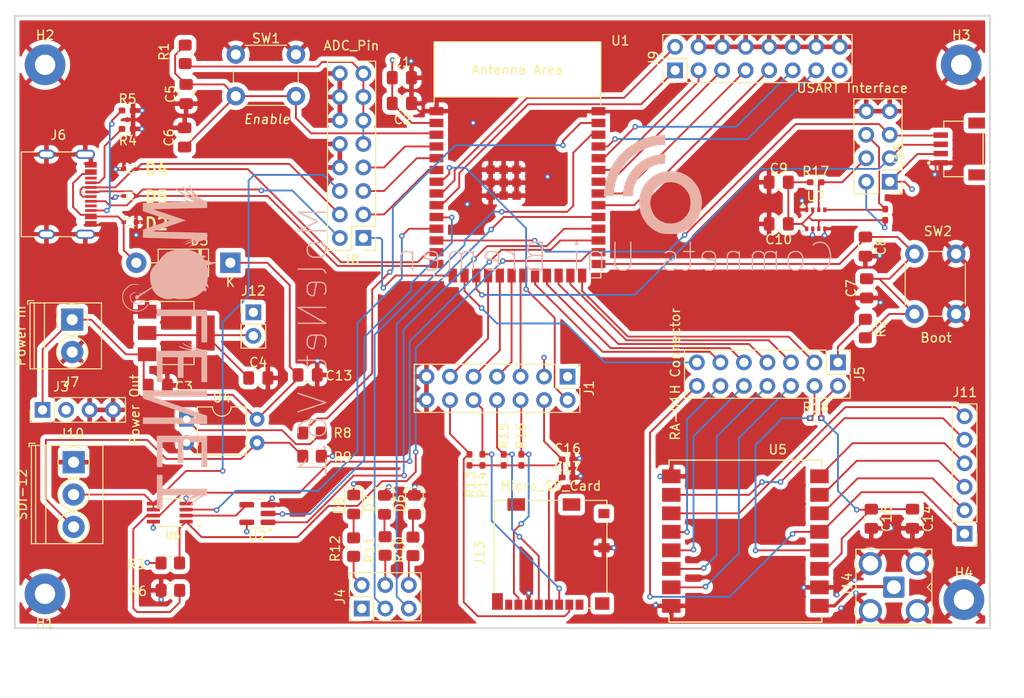
<source format=kicad_pcb>
(kicad_pcb (version 20240108) (generator "pcbnew") (generator_version "8.0")
  (title_block (title "MoleNet V6.1") (date "2024-09-26") (rev "1") (company "Comnets Uni Bremen") (comment 1 "Karun Raj Koloth") (comment 2 "Faruk Kollar"))
  (layers (0 "F.Cu" signal) (1 "In1.Cu" power "GND") (2 "In2.Cu" power "PWR") (31 "B.Cu" signal) (34 "B.Paste" user) (35 "F.Paste" user) (36 "B.SilkS" user "B.Silkscreen") (37 "F.SilkS" user "F.Silkscreen") (38 "B.Mask" user) (39 "F.Mask" user) (44 "Edge.Cuts" user))
  (net 0 "")
  (net 1 "GND")
  (net 2 "SDI_Data")
  (net 3 "Net-(J10-Pin_3)")
  (net 4 "+12V")
  (net 5 "Net-(D8-A)")
  (net 6 "Power_Led")
  (net 7 "Net-(D7-A)")
  (net 8 "GPIO_2_LED")
  (net 9 "Net-(D6-A)")
  (net 10 "GPIO_9_LED")
  (net 11 "GPIO_1")
  (net 12 "Net-(R8-Pad2)")
  (net 13 "SDI_RX")
  (net 14 "+3.3V")
  (net 15 "GPIO_0")
  (net 16 "CHIP_PU")
  (net 17 "SD_MOSI_H")
  (net 18 "SD_VDD")
  (net 19 "SD_CS_H")
  (net 20 "SD_SCK_H")
  (net 21 "Net-(J6-CC2)")
  (net 22 "Net-(J6-CC1)")
  (net 23 "SD_MISO_H")
  (net 24 "RA_VDD")
  (net 25 "RA_RESET_H")
  (net 26 "RA_DIO0_H")
  (net 27 "Net-(J11-Pin_2)")
  (net 28 "Net-(J11-Pin_3)")
  (net 29 "Net-(J11-Pin_4)")
  (net 30 "Net-(J11-Pin_5)")
  (net 31 "Net-(J11-Pin_6)")
  (net 32 "RA_SCK_H")
  (net 33 "RA_MISO_H")
  (net 34 "RA_MOSI_H")
  (net 35 "RA_NCS_H")
  (net 36 "SDI_TX")
  (net 37 "ADC_3")
  (net 38 "ADC_4")
  (net 39 "ADC_5")
  (net 40 "GPIO_15")
  (net 41 "GPIO_16")
  (net 42 "I2C_SCL")
  (net 43 "D-")
  (net 44 "D+")
  (net 45 "ADC_2")
  (net 46 "RA_MISO")
  (net 47 "I2C_SCA")
  (net 48 "SD_CS")
  (net 49 "SD_MOSI")
  (net 50 "SD_SCK")
  (net 51 "SD_MISO")
  (net 52 "RA_NCS")
  (net 53 "RA_RESET")
  (net 54 "RA_DIO0")
  (net 55 "RA_SCK")
  (net 56 "SDI_RX_ENABLE")
  (net 57 "SDI_TX_ENABLE")
  (net 58 "BME_SDI")
  (net 59 "RA_MOSI")
  (net 60 "GPIO_39")
  (net 61 "GPIO_40")
  (net 62 "GPIO_41")
  (net 63 "GPIO_42")
  (net 64 "U1RXD")
  (net 65 "U1TXD")
  (net 66 "GPIO_2")
  (net 67 "Net-(D3-A)")
  (net 72 "GPIO_38")
  (net 73 "Net-(J14-In)")
  (net 74 "Net-(J12-Pin_2)")
  (net 75 "BME_SCK")
  (net 76 "SD_Power")
  (net 77 "SDI_MARKING")
  (net 80 "BME_VDD")
  (net 81 "Net-(U2-Pad4)")
  (footprint "Connector_PinHeader_2.54mm:PinHeader_2x07_P2.54mm_Vertical" (layer "F.Cu") (at 152.7 96.5 -90)
    (property "Reference" "J1")
    (property "Value" "Micro SD connector")
  )
  (footprint "Capacitor_SMD:C_0805_2012Metric_Pad1.18x1.45mm_HandSolder" (layer "F.Cu") (at 175.5 80 180)
    (property "Reference" "C10")
    (property "Value" "0.1uF" (hide yes))
  )
  (footprint "Connector_PinHeader_2.54mm:PinHeader_1x02_P2.54mm_Vertical" (layer "F.Cu") (at 118.76 89.56)
    (property "Reference" "J12")
    (property "Value" "Conn_01x02" (hide yes))
  )
  (footprint "Resistor_SMD:R_0402_1005Metric_Pad0.72x0.64mm_HandSolder" (layer "F.Cu") (at 142.1 105.5 -90)
    (property "Reference" "R13")
    (property "Value" "10K")
  )
  (footprint "Resistor_SMD:R_0805_2012Metric_Pad1.20x1.40mm_HandSolder" (layer "F.Cu") (at 109.79 116.65)
    (property "Reference" "R3")
    (property "Value" "10k")
  )
  (footprint "Package_TO_SOT_SMD:SC-74A-5_1.55x2.9mm_P0.95mm" (layer "F.Cu") (at 119.2 111.3 180)
    (property "Reference" "U2")
    (property "Value" "74AHC1G00")
  )
  (footprint "Resistor_SMD:R_0805_2012Metric_Pad1.20x1.40mm_HandSolder" (layer "F.Cu") (at 111.4 61.6725 90)
    (property "Reference" "R1")
    (property "Value" "10k" (hide yes))
  )
  (footprint "MountingHole:MountingHole_2.2mm_M2_Pad" (layer "F.Cu") (at 96.27 62.8)
    (property "Reference" "H2")
    (property "Value" "MountingHole_Pad" (hide yes))
  )
  (footprint "KiCad:LESD5D50CT1G" (layer "F.Cu") (at 105.42 79.81 180)
    (property "Reference" "D2")
    (property "Value" "LESD5D5.0CT1G" (hide yes))
  )
  (footprint "Package_TO_SOT_SMD:SOT-223-3_TabPin2" (layer "F.Cu") (at 110.44 91.79)
    (property "Reference" "U3")
    (property "Value" "LD1117S33TR_SOT223")
  )
  (footprint "Resistor_SMD:R_0402_1005Metric_Pad0.72x0.64mm_HandSolder" (layer "F.Cu") (at 147.7 105.5 -90)
    (property "Reference" "R16")
    (property "Value" "10K")
  )
  (footprint "PCM_Espressif:ESP32-S3-WROOM-1" (layer "F.Cu") (at 147.285 76.08)
    (property "Reference" "U1")
    (property "Value" "ESP32-S3-WROOM-1")
  )
  (footprint "Capacitor_SMD:C_0402_1005Metric_Pad0.74x0.62mm_HandSolder" (layer "F.Cu") (at 152.6825 105.45)
    (property "Reference" "C16")
    (property "Value" "4.7uF")
  )
  (footprint "Connector_PinHeader_2.54mm:PinHeader_2x03_P2.54mm_Vertical" (layer "F.Cu") (at 130.47 121.565 90)
    (property "Reference" "J4")
    (property "Value" "LED_Switch")
  )
  (footprint "Resistor_SMD:R_0805_2012Metric_Pad1.20x1.40mm_HandSolder" (layer "F.Cu") (at 184.86 91.31 -90)
    (property "Reference" "R2")
    (property "Value" "10k")
  )
  (footprint "Capacitor_SMD:C_0805_2012Metric_Pad1.18x1.45mm_HandSolder" (layer "F.Cu") (at 185.5 111.8625 -90)
    (property "Reference" "C15")
    (property "Value" "100nF")
  )
  (footprint "KiCad:LESD5D50CT1G" (layer "F.Cu") (at 105.45 74.08)
    (property "Reference" "D4")
    (property "Value" "LESD5D5.0CT1G" (hide yes))
  )
  (footprint "LED_SMD:LED_0805_2012Metric_Pad1.15x1.40mm_HandSolder" (layer "F.Cu") (at 136.16 110.365 -90)
    (property "Reference" "D6")
    (property "Value" "LED")
  )
  (footprint "MountingHole:MountingHole_2.2mm_M2_Pad" (layer "F.Cu") (at 96.26 119.98 180)
    (property "Reference" "H1")
    (property "Value" "MountingHole_Pad" (hide yes))
  )
  (footprint "Capacitor_SMD:C_0805_2012Metric_Pad1.18x1.45mm_HandSolder" (layer "F.Cu") (at 111.34 70.655 90)
    (property "Reference" "C6")
    (property "Value" "1uF" (hide yes))
  )
  (footprint "Capacitor_SMD:C_0805_2012Metric_Pad1.18x1.45mm_HandSolder" (layer "F.Cu") (at 189.95 111.8625 -90)
    (property "Reference" "C14")
    (property "Value" "22uF")
  )
  (footprint "Resistor_SMD:R_0402_1005Metric_Pad0.72x0.64mm_HandSolder" (layer "F.Cu") (at 179.5 75.5)
    (property "Reference" "R17")
    (property "Value" "4.7K" (hide yes))
  )
  (footprint "Connector_Coaxial:SMA_Amphenol_901-143_Horizontal" (layer "F.Cu") (at 187.94 119.26 180)
    (property "Reference" "J14")
    (property "Value" "Conn_Coaxial")
  )
  (footprint "Connector_PinHeader_2.54mm:PinHeader_2x07_P2.54mm_Vertical" (layer "F.Cu") (at 181.9 94.97 -90)
    (property "Reference" "J5")
    (property "Value" "RA-01H Connector")
  )
  (footprint "Resistor_SMD:R_0402_1005Metric_Pad0.72x0.64mm_HandSolder" (layer "F.Cu") (at 187 79 -90)
    (property "Reference" "R7" (hide yes))
    (property "Value" "4.7K")
  )
  (footprint "Connector_PinHeader_2.54mm:PinHeader_1x04_P2.54mm_Vertical" (layer "F.Cu") (at 96 100.1 90)
    (property "Reference" "J3")
    (property "Value" "Power Out")
  )
  (footprint "TerminalBlock_Phoenix:TerminalBlock_Phoenix_PT-1,5-3-3.5-H_1x03_P3.50mm_Horizontal" (layer "F.Cu") (at 99.35 105.75 -90)
    (property "Reference" "J10")
    (property "Value" "SDI-12")
  )
  (footprint "Capacitor_SMD:C_0805_2012Metric_Pad1.18x1.45mm_HandSolder" (layer "F.Cu") (at 119.29 96.65)
    (property "Reference" "C4")
    (property "Value" "10uF")
  )
  (footprint "Capacitor_SMD:C_0805_2012Metric_Pad1.18x1.45mm_HandSolder" (layer "F.Cu") (at 185 86.9625 90)
    (property "Reference" "C7")
    (property "Value" "0.1uF" (hide yes))
  )
  (footprint "Package_DIP:DIP-4_W7.62mm" (layer "F.Cu") (at 111.55 101.11)
    (property "Reference" "U4")
    (property "Value" "PC817")
  )
  (footprint "Diode_THT:D_DO-41_SOD81_P10.16mm_Horizontal" (layer "F.Cu") (at 116.28 84.2 180)
    (property "Reference" "D3")
    (property "Value" "1N5819" (hide yes))
  )
  (footprint "Connector_USB:USB_C_Receptacle_G-Switch_GT-USB-7010ASV" (layer "F.Cu") (at 97.49 76.8 -90)
    (property "Reference" "J6")
    (property "Value" "USB_C_Receptacle_USB2.0" (hide yes))
  )
  (footprint "Resistor_SMD:R_0805_2012Metric_Pad1.20x1.40mm_HandSolder" (layer "F.Cu") (at 125.1 102.6)
    (property "Reference" "R8")
    (property "Value" "220")
  )
  (footprint "Button_Switch_THT:SW_PUSH_6mm_H4.3mm" (layer "F.Cu") (at 116.86 61.69)
    (property "Reference" "SW1")
    (property "Value" "Enable")
  )
  (footprint "Capacitor_SMD:C_0402_1005Metric_Pad0.74x0.62mm_HandSolder" (layer "F.Cu") (at 152.6825 107.4)
    (property "Reference" "C17")
    (property "Value" "4.7uF")
  )
  (footprint "Button_Switch_THT:SW_PUSH_6mm_H4.3mm" (layer "F.Cu") (at 194.66 83.23 -90)
    (property "Reference" "SW2")
    (property "Value" "Boot")
  )
  (footprint "Resistor_SMD:R_0402_1005Metric_Pad0.72x0.64mm_HandSolder" (layer "F.Cu") (at 105.17 67.74 180)
    (property "Reference" "R5")
    (property "Value" "5.1k" (hide yes))
  )
  (footprint "LED_SMD:LED_0805_2012Metric_Pad1.15x1.40mm_HandSolder" (layer "F.Cu") (at 129.6 110.325 -90)
    (property "Reference" "D8")
    (property "Value" "LED")
  )
  (footprint "Capacitor_SMD:C_0805_2012Metric_Pad1.18x1.45mm_HandSolder" (layer "F.Cu") (at 134.8 66.98)
    (property "Reference" "C2")
    (property "Value" "100nF" (hide yes))
  )
  (footprint "Capacitor_SMD:C_0805_2012Metric_Pad1.18x1.45mm_HandSolder" (layer "F.Cu") (at 175.5 75.5 180)
    (property "Reference" "C9")
    (property "Value" "0.1uF" (hide yes))
  )
  (footprint "LED_SMD:LED_0805_2012Metric_Pad1.15x1.40mm_HandSolder" (layer "F.Cu") (at 132.92 110.365 -90)
    (property "Reference" "D7")
    (property "Value" "LED")
  )
  (footprint "KiCad:LESD5D50CT1G" (layer "F.Cu") (at 105.45 76.98)
    (property "Reference" "D5")
    (property "Value" "LESD5D5.0CT1G" (hide yes))
  )
  (footprint "Connector_PinHeader_2.54mm:PinHeader_2x08_P2.54mm_Vertical" (layer "F.Cu") (at 130.64 81.52 180)
    (property "Reference" "J8")
    (property "Value" "ADC_Pin")
  )
  (footprint "TerminalBlock_Phoenix:TerminalBlock_Phoenix_PT-1,5-2-3.5-H_1x02_P3.50mm_Horizontal" (layer "F.Cu") (at 99.2 90.35 -90)
    (property "Reference" "J7")
    (property "Value" "Power In")
  )
  (footprint "Resistor_SMD:R_0805_2012Metric_Pad1.20x1.40mm_HandSolder" (layer "F.Cu") (at 109.8 119.6)
    (property "Reference" "R6")
    (property "Value" "10k")
  )
  (footprint "Resistor_SMD:R_0805_2012Metric_Pad1.20x1.40mm_HandSolder" (layer "F.Cu") (at 125.1 105.1 180)
    (property "Reference" "R9")
    (property "Value" "1k")
  )
  (footprint "Capacitor_SMD:C_0805_2012Metric_Pad1.18x1.45mm_HandSolder" (layer "F.Cu") (at 184.86 82.4475 -90)
    (property "Reference" "C8")
    (property "Value" "1uF")
  )
  (footprint "Resistor_SMD:R_0805_2012Metric_Pad1.20x1.40mm_HandSolder" (layer "F.Cu") (at 129.59 114.93 -90)
    (property "Reference" "R12")
    (property "Value" "220")
  )
  (footprint "Connector_PinHeader_2.54mm:PinHeader_1x06_P2.54mm_Vertical" (layer "F.Cu") (at 195.57 113.49 180)
    (property "Reference" "J11")
    (property "Value" "RA_01_DIO")
  )
  (footprint "Package_LGA:Bosch_LGA-8_2.5x2.5mm_P0.65mm_ClockwisePinNumbering" (layer "F.Cu") (at 179.5 79.5)
    (property "Reference" "U7")
    (property "Value" "BME280")
  )
  (footprint "Connector_Card:microSD_HC_Molex_104031-0811" (layer "F.Cu") (at 150.88 115.705 180)
    (property "Reference" "J13")
    (property "Value" "Micro_SD_Card")
  )
  (footprint "Capacitor_SMD:C_0805_2012Metric_Pad1.18x1.45mm_HandSolder" (layer "F.Cu") (at 108.44 97.45)
    (property "Reference" "C3")
    (property "Value" "100nF")
  )
  (footprint "Connector_PinHeader_2.54mm:PinHeader_2x04_P2.54mm_Vertical" (layer "F.Cu") (at 187.49 75.44 180)
    (property "Reference" "J2" (hide yes))
    (property "Value" "USART Interface")
  )
  (footprint "Resistor_SMD:R_0402_1005Metric_Pad0.72x0.64mm_HandSolder" (layer "F.Cu") (at 143.5 105.5 -90)
    (property "Reference" "R14")
    (property "Value" "10K")
  )
  (footprint "PRT-14417:SPARKFUN_PRT-14417" (layer "F.Cu") (at 195.45 71.9 90)
    (property "Reference" "J15")
    (property "Value" "PRT-14417")
  )
  (footprint "Resistor_SMD:R_0805_2012Metric_Pad1.20x1.40mm_HandSolder" (layer "F.Cu") (at 136 114.85 -90)
    (property "Reference" "R10")
    (property "Value" "220")
  )
  (footprint "Capacitor_SMD:C_0805_2012Metric_Pad1.18x1.45mm_HandSolder" (layer "F.Cu") (at 124.6225 96.32)
    (property "Reference" "C13")
    (property "Value" "10uF")
  )
  (footprint "Resistor_SMD:R_0402_1005Metric_Pad0.72x0.64mm_HandSolder" (layer "F.Cu") (at 145.8 105.5 -90)
    (property "Reference" "R15")
    (property "Value" "10K")
  )
  (footprint "Resistor_SMD:R_0402_1005Metric_Pad0.72x0.64mm_HandSolder" (layer "F.Cu") (at 105.17 69.73 180)
    (property "Reference" "R4")
    (property "Value" "5.1k" (hide yes))
  )
  (footprint "RF_Module:Ai-Thinker-Ra-01-LoRa" (layer "F.Cu") (at 171.9 114.28 180)
    (property "Reference" "U5")
    (property "Value" "Ai-Thinker-Ra-01H")
  )
  (footprint "MountingHole:MountingHole_2.2mm_M2_Pad" (layer "F.Cu") (at 195.5 120.6)
    (property "Reference" "H4")
    (property "Value" "MountingHole_Pad" (hide yes))
  )
  (footprint "Resistor_SMD:R_0402_1005Metric_Pad0.72x0.64mm_HandSolder" (layer "F.Cu") (at 179.5 101)
    (property "Reference" "R18")
    (property "Value" "10K")
  )
  (footprint "MountingHole:MountingHole_2.2mm_M2_Pad" (layer "F.Cu") (at 195.21 62.8)
    (property "Reference" "H3")
    (property "Value" "MountingHole_Pad" (hide yes))
  )
  (footprint "Capacitor_SMD:C_0805_2012Metric_Pad1.18x1.45mm_HandSolder" (layer "F.Cu") (at 134.8 64.2)
    (property "Reference" "C1")
    (property "Value" "22uF" (hide yes))
  )
  (footprint "SN74LVC2G241DCTR:SOP65P400X130-8N" (layer "F.Cu") (at 109.7325 111.2 180)
    (property "Reference" "U6")
    (property "Value" "74LVC2G241")
  )
  (footprint "Capacitor_SMD:C_0805_2012Metric_Pad1.18x1.45mm_HandSolder" (layer "F.Cu") (at 111.5 65.9625 90)
    (property "Reference" "C5")
    (property "Value" "0.1uF" (hide yes))
  )
  (footprint "Resistor_SMD:R_0805_2012Metric_Pad1.20x1.40mm_HandSolder" (layer "F.Cu") (at 132.99 114.81 -90)
    (property "Reference" "R11")
    (property "Value" "220")
  )
  (footprint "Connector_PinHeader_2.54mm:PinHeader_2x08_P2.54mm_Vertical" (layer "F.Cu") (at 164.31 63.4 90)
    (property "Reference" "J9")
    (property "Value" "Unused Pin")
  )
  (footprint "LOGO" (layer "B.Cu") (at 161.9 75.75 180)
    (property "Reference" "G2" (hide yes))
    (property "Value" "LOGO" (hide yes))
  )
  (footprint "LOGO" (layer "B.Cu") (at 109.500927 93.359158 -90)
    (property "Reference" "G1" (hide yes))
    (property "Value" "LOGO" (hide yes))
  )
  (gr_rect (start 93 57.5) (end 198.3 123.7) (stroke (width 0.2)) (fill none) (layer "Edge.Cuts"))
  (gr_text "Comnets Uni Bremen" (at 157.81 83.6 0) (layer "B.SilkS") (effects (font (size 3 3)) (justify mirror)))
  (gr_text "MoleNet V6.1" (at 125.21 92.88 90) (layer "B.SilkS") (effects (font (size 3 3)) (justify mirror)))
  (segment (start 104.79 74.08) (end 103.92 74.08) (width 0.2) (layer "F.Cu") (net 1))
  (segment (start 103.9795 76.98) (end 103.8595 77.1) (width 0.2) (layer "F.Cu") (net 1))
  (segment (start 179.9 119.28) (end 178.22 119.28) (width 0.2) (layer "F.Cu") (net 1))
  (segment (start 106.1 79.83) (end 106.08 79.81) (width 0.2) (layer "F.Cu") (net 1))
  (segment (start 108 67) (end 111.5 67) (width 0.2) (layer "F.Cu") (net 1))
  (segment (start 156.62 115.005) (end 157.695 115.005) (width 0.2) (layer "F.Cu") (net 1))
  (segment (start 136.6775 67.82) (end 138.535 67.82) (width 0.2) (layer "F.Cu") (net 1))
  (segment (start 148.485 119.915) (end 148.5 119.9) (width 0.2) (layer "F.Cu") (net 1))
  (segment (start 135.8375 64.2) (end 135.8375 62.4375) (width 0.2) (layer "F.Cu") (net 1))
  (segment (start 108.8 119.6) (end 108.8 120.6) (width 0.2) (layer "F.Cu") (net 1))
  (segment (start 111.5025 109.6525) (end 111.5 109.65) (width 0.2) (layer "F.Cu") (net 1))
  (segment (start 106.1 81.2) (end 106.1 79.83) (width 0.2) (layer "F.Cu") (net 1))
  (segment (start 135.8375 66.98) (end 135.8375 64.2) (width 0.2) (layer "F.Cu") (net 1))
  (segment (start 178.22 119.28) (end 178.2 119.3) (width 0.2) (layer "F.Cu") (net 1))
  (segment (start 157.695 115.005) (end 157.7 115) (width 0.2) (layer "F.Cu") (net 1))
  (segment (start 129.6 109.3) (end 129.6 108.1) (width 0.2) (layer "F.Cu") (net 1))
  (segment (start 174.4625 75.5) (end 174.4625 80) (width 0.2) (layer "F.Cu") (net 1))
  (segment (start 103.92 74.08) (end 103.9 74.1) (width 0.2) (layer "F.Cu") (net 1))
  (segment (start 125.66 96.32) (end 125.69 94.8) (width 0.2) (layer "F.Cu") (net 1))
  (segment (start 153.25 107.4) (end 153.95 107.4) (width 0.2) (layer "F.Cu") (net 1))
  (segment (start 180.45 81.25) (end 180.475 81.225) (width 0.2) (layer "F.Cu") (net 1))
  (segment (start 179.175 81.175) (end 179.175 80.525) (width 0.2) (layer "F.Cu") (net 1))
  (segment (start 148.485 121.155) (end 148.485 119.915) (width 0.2) (layer "F.Cu") (net 1))
  (segment (start 178.525 78.475) (end 178.525 78.025) (width 0.2) (layer "F.Cu") (net 1))
  (segment (start 136.16 108.44) (end 136.2 108.4) (width 0.2) (layer "F.Cu") (net 1))
  (segment (start 111.5 69.4575) (end 111.34 69.6175) (width 0.2) (layer "F.Cu") (net 1))
  (segment (start 153.9 105.45) (end 154 105.35) (width 0.2) (layer "F.Cu") (net 1))
  (segment (start 185.5 112.9) (end 187.65 112.9) (width 0.2) (layer "F.Cu") (net 1))
  (segment (start 162.72 107.28) (end 162.7 107.3) (width 0.2) (layer "F.Cu") (net 1))
  (segment (start 135.8375 62.4375) (end 135.8 62.4) (width 0.2) (layer "F.Cu") (net 1))
  (segment (start 192.45 73.45) (end 192.45 74.55) (width 0.2) (layer "F.Cu") (net 1))
  (segment (start 179.15 81.2) (end 179.175 81.175) (width 0.2) (layer "F.Cu") (net 1))
  (segment (start 111.5025 110.225) (end 111.5025 109.6525) (width 0.2) (layer "F.Cu") (net 1))
  (segment (start 184.86 83.485) (end 186.365 83.485) (width 0.2) (layer "F.Cu") (net 1))
  (segment (start 125.69 94.8) (end 125.66 94.82) (width 0.2) (layer "F.Cu") (net 1))
  (segment (start 106.76 67.74) (end 107.26 67.74) (width 0.2) (layer "F.Cu") (net 1))
  (segment (start 192.45 74.55) (end 192.35 74.65) (width 0.2) (layer "F.Cu") (net 1))
  (segment (start 185 88) (end 186 88) (width 0.2) (layer "F.Cu") (net 1))
  (segment (start 132.92 108.88) (end 132.92 109.34) (width 0.2) (layer "F.Cu") (net 1))
  (segment (start 120.35 110.35) (end 120.35 110.1) (width 0.2) (layer "F.Cu") (net 1))
  (segment (start 178.525 78.025) (end 178 77.5) (width 0.2) (layer "F.Cu") (net 1))
  (segment (start 120.35 110.1) (end 120.8 109.65) (width 0.2) (layer "F.Cu") (net 1))
  (segment (start 186.365 83.485) (end 186.4 83.45) (width 0.2) (layer "F.Cu") (net 1))
  (segment (start 153.95 107.4) (end 154.1 107.25) (width 0.2) (layer "F.Cu") (net 1))
  (segment (start 180.475 81.225) (end 180.475 80.525) (width 0.2) (layer "F.Cu") (net 1))
  (segment (start 163.9 107.28) (end 162.72 107.28) (width 0.2) (layer "F.Cu") (net 1))
  (segment (start 126.1 105.1) (end 127.3 105.1) (width 0.2) (layer "F.Cu") (net 1))
  (segment (start 184.86 83.000317) (end 184.86 83.485) (width 0.2) (layer "F.Cu") (net 1))
  (segment (start 133.4 108.4) (end 132.92 108.88) (width 0.2) (layer "F.Cu") (net 1))
  (segment (start 135.8375 66.98) (end 136.6775 67.82) (width 0.2) (layer "F.Cu") (net 1))
  (segment (start 104.79 76.98) (end 103.9795 76.98) (width 0.2) (layer "F.Cu") (net 1))
  (segment (start 107.26 67.74) (end 108 67) (width 0.2) (layer "F.Cu") (net 1))
  (segment (start 189.95 112.9) (end 187.65 112.9) (width 0.2) (layer "F.Cu") (net 1))
  (segment (start 185.115 83.23) (end 184.86 83.485) (width 0.2) (layer "F.Cu") (net 1))
  (segment (start 106.76 67.74) (end 105.7675 67.74) (width 0.2) (layer "F.Cu") (net 1))
  (segment (start 106.73 69.73) (end 105.7675 69.73) (width 0.2) (layer "F.Cu") (net 1))
  (segment (start 153.25 105.45) (end 153.9 105.45) (width 0.2) (layer "F.Cu") (net 1))
  (segment (start 163.9 121.28) (end 162.28 121.28) (width 0.2) (layer "F.Cu") (net 1))
  (segment (start 184.86 83.485) (end 184.81 83.535) (width 0.2) (layer "F.Cu") (net 1))
  (segment (start 186 88) (end 186.5 88.5) (width 0.2) (layer "F.Cu") (net 1))
  (segment (start 162.28 121.28) (end 162.2 121.2) (width 0.2) (layer "F.Cu") (net 1))
  (segment (start 111.5 67) (end 111.5 69.4575) (width 0.2) (layer "F.Cu") (net 1))
  (segment (start 136.16 109.34) (end 136.16 108.44) (width 0.2) (layer "F.Cu") (net 1))
  (via (at 150.54 74.9) (size 0.6) (drill 0.3) (layers "F.Cu" "B.Cu") (net 1))
  (via (at 125.69 94.8) (size 0.6) (drill 0.3) (layers "F.Cu" "B.Cu") (net 1))
  (via (at 183.7 118.5) (size 0.6) (drill 0.3) (layers "F.Cu" "B.Cu") (net 1))
  (via (at 162.7 107.3) (size 0.6) (drill 0.3) (layers "F.Cu" "B.Cu") (net 1))
  (via (at 181.77341 120.07341) (size 0.6) (drill 0.3) (layers "F.Cu" "B.Cu") (net 1))
  (via (at 111.5 109.65) (size 0.6) (drill 0.3) (layers "F.Cu" "B.Cu") (net 1))
  (via (at 148.5 119.9) (size 0.6) (drill 0.3) (layers "F.Cu" "B.Cu") (net 1))
  (via (at 141.87 77.87) (size 0.6) (drill 0.3) (layers "F.Cu" "B.Cu") (net 1))
  (via (at 108.8 120.6) (size 0.6) (drill 0.3) (layers "F.Cu" "B.Cu") (net 1))
  (via (at 133.4 108.4) (size 0.6) (drill 0.3) (layers "F.Cu" "B.Cu") (net 1))
  (via (at 178 77.5) (size 0.6) (drill 0.3) (layers "F.Cu" "B.Cu") (net 1))
  (via (at 183.83959 119.91359) (size 0.6) (drill 0.3) (layers "F.Cu" "B.Cu") (net 1))
  (via (at 192.35 74.65) (size 0.6) (drill 0.3) (layers "F.Cu" "B.Cu") (net 1))
  (via (at 127.3 105.1) (size 0.6) (drill 0.3) (layers "F.Cu" "B.Cu") (net 1))
  (via (at 106.1 81.2) (size 0.6) (drill 0.3) (layers "F.Cu" "B.Cu") (net 1))
  (via (at 135.8 62.4) (size 0.6) (drill 0.3) (layers "F.Cu" "B.Cu") (net 1))
  (via (at 129.6 108.1) (size 0.6) (drill 0.3) (layers "F.Cu" "B.Cu") (net 1))
  (via (at 106.76 67.74) (size 0.6) (drill 0.3) (layers "F.Cu" "B.Cu") (net 1))
  (via (at 106.73 69.73) (size 0.6) (drill 0.3) (layers "F.Cu" "B.Cu") (net 1))
  (via (at 154 105.35) (size 0.6) (drill 0.3) (layers "F.Cu" "B.Cu") (net 1))
  (via (at 162.2 121.2) (size 0.6) (drill 0.3) (layers "F.Cu" "B.Cu") (net 1))
  (via (at 179.15 81.2) (size 0.6) (drill 0.3) (layers "F.Cu" "B.Cu") (net 1))
  (via (at 186.4 83.45) (size 0.6) (drill 0.3) (layers "F.Cu" "B.Cu") (net 1))
  (via (at 182.22659 121.52659) (size 0.6) (drill 0.3) (layers "F.Cu" "B.Cu") (net 1))
  (via (at 187.65 112.9) (size 0.6) (drill 0.3) (layers "F.Cu" "B.Cu") (net 1))
  (via (at 157.7 115) (size 0.6) (drill 0.3) (layers "F.Cu" "B.Cu") (net 1))
  (via (at 136.2 108.4) (size 0.6) (drill 0.3) (layers "F.Cu" "B.Cu") (net 1))
  (via (at 120.8 109.65) (size 0.6) (drill 0.3) (layers "F.Cu" "B.Cu") (net 1))
  (via (at 154.1 107.25) (size 0.6) (drill 0.3) (layers "F.Cu" "B.Cu") (net 1))
  (via (at 180.45 81.25) (size 0.6) (drill 0.3) (layers "F.Cu" "B.Cu") (net 1))
  (via (at 178.2 119.3) (size 0.6) (drill 0.3) (layers "F.Cu" "B.Cu") (net 1))
  (via (at 186.5 88.5) (size 0.6) (drill 0.3) (layers "F.Cu" "B.Cu") (net 1))
  (via (at 142.5 69.08) (size 0.6) (drill 0.3) (layers "F.Cu" "B.Cu") (net 1))
  (via (at 103.9 74.1) (size 0.6) (drill 0.3) (layers "F.Cu" "B.Cu") (net 1))
  (via (at 103.8595 77.1) (size 0.6) (drill 0.3) (layers "F.Cu" "B.Cu") (net 1))
  (segment (start 107.9625 110.225) (end 111.4875 106.7) (width 0.2) (layer "F.Cu") (net 2))
  (segment (start 111.4875 106.7) (end 115.45 106.7) (width 0.2) (layer "F.Cu") (net 2))
  (segment (start 99.35 109.25) (end 106.9875 109.25) (width 0.2) (layer "F.Cu") (net 2))
  (segment (start 107.9625 110.225) (end 107.9625 110.875) (width 0.2) (layer "F.Cu") (net 2))
  (segment (start 106.9875 109.25) (end 107.9625 110.225) (width 0.2) (layer "F.Cu") (net 2))
  (via (at 115.45 106.7) (size 0.6) (drill 0.3) (layers "F.Cu" "B.Cu") (net 2))
  (segment (start 115.45 106.7) (end 115.45 90.57) (width 0.2) (layer "B.Cu") (net 2))
  (segment (start 118.25 75.3) (end 118.85 74.7) (width 0.2) (layer "B.Cu") (net 2))
  (segment (start 118.25 87.77) (end 118.25 75.3) (width 0.2) (layer "B.Cu") (net 2))
  (segment (start 118.85 74.7) (end 126.36 74.7) (width 0.2) (layer "B.Cu") (net 2))
  (segment (start 126.36 74.7) (end 128.1 76.44) (width 0.2) (layer "B.Cu") (net 2))
  (segment (start 115.45 90.57) (end 118.25 87.77) (width 0.2) (layer "B.Cu") (net 2))
  (segment (start 96.35 109.75) (end 96.35 103.35) (width 0.2) (layer "F.Cu") (net 3))
  (segment (start 96.35 103.35) (end 107.3 103.35) (width 0.2) (layer "F.Cu") (net 3))
  (segment (start 99.35 112.75) (end 96.35 109.75) (width 0.2) (layer "F.Cu") (net 3))
  (segment (start 119.17 103.65) (end 122.65 103.65) (width 0.2) (layer "F.Cu") (net 3))
  (segment (start 109.35 105.4) (end 117.42 105.4) (width 0.2) (layer "F.Cu") (net 3))
  (segment (start 107.3 103.35) (end 109.35 105.4) (width 0.2) (layer "F.Cu") (net 3))
  (segment (start 119.17 103.65) (end 117.42 105.4) (width 0.2) (layer "F.Cu") (net 3))
  (segment (start 122.65 103.65) (end 124.1 105.1) (width 0.2) (layer "F.Cu") (net 3))
  (segment (start 106.92 96.9675) (end 107.4025 97.45) (width 0.2) (layer "F.Cu") (net 4))
  (segment (start 96 100.1) (end 96 93.55) (width 0.2) (layer "F.Cu") (net 4))
  (segment (start 123.3925 96.5125) (end 123.585 96.32) (width 0.2) (layer "F.Cu") (net 4))
  (segment (start 108.4275 98.475) (end 107.4025 97.45) (width 0.2) (layer "F.Cu") (net 4))
  (segment (start 99.2 90.35) (end 101.25 90.35) (width 0.2) (layer "F.Cu") (net 4))
  (segment (start 96 93.55) (end 99.2 90.35) (width 0.2) (layer "F.Cu") (net 4))
  (segment (start 116.535 98.475) (end 108.4275 98.475) (width 0.2) (layer "F.Cu") (net 4))
  (segment (start 106.92 94.33) (end 106.92 96.9675) (width 0.2) (layer "F.Cu") (net 4))
  (segment (start 101.25 90.35) (end 105 94.1) (width 0.2) (layer "F.Cu") (net 4))
  (segment (start 116.28 84.2) (end 120.265 84.2) (width 0.2) (layer "F.Cu") (net 4))
  (segment (start 119.17 101.11) (end 123.585 96.695) (width 0.2) (layer "F.Cu") (net 4))
  (segment (start 105 94.1) (end 107.28 94.1) (width 0.2) (layer "F.Cu") (net 4))
  (segment (start 119.17 101.11) (end 116.535 98.475) (width 0.2) (layer "F.Cu") (net 4))
  (segment (start 123.585 96.695) (end 123.585 96.32) (width 0.2) (layer "F.Cu") (net 4))
  (segment (start 120.265 84.2) (end 122.6975 86.6325) (width 0.2) (layer "F.Cu") (net 4))
  (segment (start 106.64 94.05) (end 106.92 94.33) (width 0.2) (layer "F.Cu") (net 4))
  (segment (start 122.6975 86.6325) (end 122.6975 95.4325) (width 0.2) (layer "F.Cu") (net 4))
  (segment (start 107.28 94.1) (end 107.29 94.09) (width 0.2) (layer "F.Cu") (net 4))
  (segment (start 122.6975 95.4325) (end 123.585 96.32) (width 0.2) (layer "F.Cu") (net 4))
  (segment (start 129.59 113.93) (end 129.59 111.36) (width 0.2) (layer "F.Cu") (net 5))
  (segment (start 129.59 111.36) (end 129.6 111.35) (width 0.2) (layer "F.Cu") (net 5))
  (segment (start 129.59 118.145) (end 130.47 119.025) (width 0.2) (layer "F.Cu") (net 6))
  (segment (start 129.59 115.93) (end 129.59 118.145) (width 0.2) (layer "F.Cu") (net 6))
  (segment (start 132.99 113.81) (end 132.92 113.74) (width 0.2) (layer "F.Cu") (net 7))
  (segment (start 132.92 113.74) (end 132.92 111.39) (width 0.2) (layer "F.Cu") (net 7))
  (segment (start 133.01 115.83) (end 132.99 115.81) (width 0.2) (layer "F.Cu") (net 8))
  (segment (start 133.01 119.025) (end 133.01 115.83) (width 0.2) (layer "F.Cu") (net 8))
  (segment (start 136 111.55) (end 136.16 111.39) (width 0.2) (layer "F.Cu") (net 9))
  (segment (start 136 113.85) (end 136 111.55) (width 0.2) (layer "F.Cu") (net 9))
  (segment (start 136 115.85) (end 135.55 116.3) (width 0.2) (layer "F.Cu") (net 10))
  (segment (start 135.55 116.3) (end 135.55 119.025) (width 0.2) (layer "F.Cu") (net 10))
  (segment (start 152.2 71.5) (end 152.2 71.011471) (width 0.2) (layer "F.Cu") (net 11))
  (segment (start 131.6 87.1) (end 133.5 85.2) (width 0.2) (layer "F.Cu") (net 11))
  (segment (start 131.6 96.127817) (end 131.6 87.1) (width 0.2) (layer "F.Cu") (net 11))
  (segment (start 125.675 101.025) (end 126.702817 101.025) (width 0.2) (layer "F.Cu") (net 11))
  (segment (start 126.702817 101.025) (end 131.6 96.127817) (width 0.2) (layer "F.Cu") (net 11))
  (segment (start 152.2 71.011471) (end 154.121471 69.09) (width 0.2) (layer "F.Cu") (net 11))
  (segment (start 154.121471 69.09) (end 156.035 69.09) (width 0.2) (layer "F.Cu") (net 11))
  (segment (start 124.1 102.6) (end 125.675 101.025) (width 0.2) (layer "F.Cu") (net 11))
  (via (at 152.2 71.5) (size 0.6) (drill 0.3) (layers "F.Cu" "B.Cu") (net 11))
  (via (at 133.5 85.2) (size 0.6) (drill 0.3) (layers "F.Cu" "B.Cu") (net 11))
  (segment (start 133.82 78.231471) (end 140.551471 71.5) (width 0.2) (layer "B.Cu") (net 11))
  (segment (start 140.551471 71.5) (end 152.2 71.5) (width 0.2) (layer "B.Cu") (net 11))
  (segment (start 133.5 85.2) (end 133.82 84.88) (width 0.2) (layer "B.Cu") (net 11))
  (segment (start 133.82 84.88) (end 133.82 78.231471) (width 0.2) (layer "B.Cu") (net 11))
  (segment (start 123.365686 103.8) (end 121.865686 102.3) (width 0.2) (layer "F.Cu") (net 12))
  (segment (start 112.74 102.3) (end 111.55 101.11) (width 0.2) (layer "F.Cu") (net 12))
  (segment (start 121.865686 102.3) (end 112.74 102.3) (width 0.2) (layer "F.Cu") (net 12))
  (segment (start 126.1 102.6) (end 124.9 103.8) (width 0.2) (layer "F.Cu") (net 12))
  (segment (start 124.9 103.8) (end 123.365686 103.8) (width 0.2) (layer "F.Cu") (net 12))
  (segment (start 135.5805 80.52) (end 138.535 80.52) (width 0.2) (layer "F.Cu") (net 13))
  (segment (start 114.75 110.875) (end 111.5025 110.875) (width 0.2) (layer "F.Cu") (net 13))
  (segment (start 134.8005 81.3) (end 135.5805 80.52) (width 0.2) (layer "F.Cu") (net 13))
  (segment (start 114.8 110.925) (end 114.75 110.875) (width 0.2) (layer "F.Cu") (net 13))
  (via (at 114.8 110.925) (size 0.6) (drill 0.3) (layers "F.Cu" "B.Cu") (net 13))
  (via (at 134.8005 81.3) (size 0.6) (drill 0.3) (layers "F.Cu" "B.Cu") (net 13))
  (segment (start 116.85 108.85) (end 125.75 108.85) (width 0.2) (layer "B.Cu") (net 13))
  (segment (start 130 90.7) (end 134.8005 85.8995) (width 0.2) (layer "B.Cu") (net 13))
  (segment (start 114.9 110.825) (end 114.9 110.8) (width 0.2) (layer "B.Cu") (net 13))
  (segment (start 125.75 108.85) (end 130 104.6) (width 0.2) (layer "B.Cu") (net 13))
  (segment (start 114.8 110.925) (end 114.9 110.825) (width 0.2) (layer "B.Cu") (net 13))
  (segment (start 114.9 110.8) (end 116.85 108.85) (width 0.2) (layer "B.Cu") (net 13))
  (segment (start 134.8005 85.8995) (end 134.8005 81.3) (width 0.2) (layer "B.Cu") (net 13))
  (segment (start 130 104.6) (end 130 90.7) (width 0.2) (layer "B.Cu") (net 13))
  (segment (start 111.7175 62.99) (end 125.71 62.99) (width 0.2) (layer "F.Cu") (net 14))
  (segment (start 150.16 96.5) (end 150.16 94.46) (width 0.2) (layer "F.Cu") (net 14))
  (segment (start 107.9625 112.8375) (end 107.95 112.85) (width 0.2) (layer "F.Cu") (net 14))
  (segment (start 129.4 62.5) (end 130.64 63.74) (width 0.2) (layer "F.Cu") (net 14))
  (segment (start 130.64 63.74) (end 130.64 66.28) (width 0.2) (layer "F.Cu") (net 14))
  (segment (start 126.2 62.5) (end 129.4 62.5) (width 0.2) (layer "F.Cu") (net 14))
  (segment (start 118.05 112.25) (end 118.05 113.25) (width 0.2) (layer "F.Cu") (net 14))
  (segment (start 133.7625 66.98) (end 135.8725 69.09) (width 0.2) (layer "F.Cu") (net 14))
  (segment (start 108.79 116.65) (end 107.35 116.65) (width 0.2) (layer "F.Cu") (net 14))
  (segment (start 133.7625 64.2) (end 133.7625 66.98) (width 0.2) (layer "F.Cu") (net 14))
  (segment (start 107.9625 112.175) (end 107.9625 112.8375) (width 0.2) (layer "F.Cu") (net 14))
  (segment (start 107.35 116.65) (end 107.3 116.6) (width 0.2) (layer "F.Cu") (net 14))
  (segment (start 125.71 62.99) (end 126.2 62.5) (width 0.2) (layer "F.Cu") (net 14))
  (segment (start 190.48 72.45) (end 187.49 75.44) (width 0.2) (layer "F.Cu") (net 14))
  (segment (start 111.4 62.6725) (end 111.7175 62.99) (width 0.2) (layer "F.Cu") (net 14))
  (segment (start 133.7625 62.3375) (end 133.8 62.3) (width 0.2) (layer "F.Cu") (net 14))
  (segment (start 135.8725 69.09) (end 138.535 69.09) (width 0.2) (layer "F.Cu") (net 14))
  (segment (start 187.49 75.44) (end 189.09 75.44) (width 0.2) (layer "F.Cu") (net 14))
  (segment (start 189.09 75.44) (end 189.9 76.25) (width 0.2) (layer "F.Cu") (net 14))
  (segment (start 138.265 68.82) (end 138.535 69.09) (width 0.2) (layer "F.Cu") (net 14))
  (segment (start 192.45 72.45) (end 190.48 72.45) (width 0.2) (layer "F.Cu") (net 14))
  (segment (start 181.9 94.97) (end 181.9 93.27) (width 0.2) (layer "F.Cu") (net 14))
  (segment (start 133.7625 64.2) (end 133.7625 62.3375) (width 0.2) (layer "F.Cu") (net 14))
  (segment (start 150.16 94.46) (end 150.15 94.45) (width 0.2) (layer "F.Cu") (net 14))
  (segment (start 181.9 93.27) (end 184.86 90.31) (width 0.2) (layer "F.Cu") (net 14))
  (segment (start 130.64 66.28) (end 130.64 68.82) (width 0.2) (layer "F.Cu") (net 14))
  (via (at 150.15 94.45) (size 0.6) (drill 0.3) (layers "F.Cu" "B.Cu") (net 14))
  (via (at 107.95 112.85) (size 0.6) (drill 0.3) (layers "F.Cu" "B.Cu") (net 14))
  (via (at 189.9 76.25) (size 0.6) (drill 0.3) (layers "F.Cu" "B.Cu") (net 14))
  (via (at 133.8 62.3) (size 0.6) (drill 0.3) (layers "F.Cu" "B.Cu") (net 14))
  (via (at 107.3 116.6) (size 0.6) (drill 0.3) (layers "F.Cu" "B.Cu") (net 14))
  (via (at 118.05 113.25) (size 0.6) (drill 0.3) (layers "F.Cu" "B.Cu") (net 14))
  (segment (start 130.64 68.82) (end 130.64 71.36) (width 0.2) (layer "B.Cu") (net 14))
  (segment (start 188.34 81.41) (end 190.16 83.23) (width 0.2) (layer "F.Cu") (net 15))
  (segment (start 187.465 85.925) (end 190.16 83.23) (width 0.2) (layer "F.Cu") (net 15))
  (segment (start 187.44 89.73) (end 184.86 92.31) (width 0.2) (layer "F.Cu") (net 15))
  (segment (start 185 85.925) (end 187.465 85.925) (width 0.2) (layer "F.Cu") (net 15))
  (segment (start 182.1 84.3) (end 184.86 81.54) (width 0.2) (layer "F.Cu") (net 15))
  (segment (start 186.355 85.925) (end 190.16 89.73) (width 0.2) (layer "F.Cu") (net 15))
  (segment (start 184.86 81.54) (end 184.86 81.41) (width 0.2) (layer "F.Cu") (net 15))
  (segment (start 190.16 89.73) (end 187.44 89.73) (width 0.2) (layer "F.Cu") (net 15))
  (segment (start 156.035 84.33) (end 181.94 84.33) (width 0.2) (layer "F.Cu") (net 15))
  (segment (start 184.86 81.41) (end 188.34 81.41) (width 0.2) (layer "F.Cu") (net 15))
  (segment (start 182.07 84.33) (end 182.1 84.3) (width 0.2) (layer "F.Cu") (net 15))
  (segment (start 181.94 84.33) (end 182.07 84.33) (width 0.2) (layer "F.Cu") (net 15))
  (segment (start 185 85.925) (end 186.355 85.925) (width 0.2) (layer "F.Cu") (net 15))
  (segment (start 110.315 63.74) (end 110.315 61.7575) (width 0.2) (layer "F.Cu") (net 16))
  (segment (start 138.385 70.21) (end 125.01 70.21) (width 0.2) (layer "F.Cu") (net 16))
  (segment (start 115.595 64.925) (end 111.5 64.925) (width 0.2) (layer "F.Cu") (net 16))
  (segment (start 116.86 66.19) (end 111.3575 71.6925) (width 0.2) (layer "F.Cu") (net 16))
  (segment (start 123.36 66.19) (end 116.86 66.19) (width 0.2) (layer "F.Cu") (net 16))
  (segment (start 123.36 68.56) (end 123.36 66.19) (width 0.2) (layer "F.Cu") (net 16))
  (segment (start 116.86 66.19) (end 115.595 64.925) (width 0.2) (layer "F.Cu") (net 16))
  (segment (start 125.01 70.21) (end 123.36 68.56) (width 0.2) (layer "F.Cu") (net 16))
  (segment (start 111.5 64.925) (end 110.315 63.74) (width 0.2) (layer "F.Cu") (net 16))
  (segment (start 138.535 70.36) (end 138.385 70.21) (width 0.2) (layer "F.Cu") (net 16))
  (segment (start 111.3575 71.6925) (end 111.34 71.6925) (width 0.2) (layer "F.Cu") (net 16))
  (segment (start 110.315 61.7575) (end 111.4 60.6725) (width 0.2) (layer "F.Cu") (net 16))
  (segment (start 143.5 100) (end 142.54 99.04) (width 0.2) (layer "F.Cu") (net 17))
  (segment (start 151.8 121.14) (end 151.785 121.155) (width 0.2) (layer "F.Cu") (net 17))
  (segment (start 143.5 104.9025) (end 143.5 100) (width 0.2) (layer "F.Cu") (net 17))
  (segment (start 151.8 119.4) (end 151.8 121.14) (width 0.2) (layer "F.Cu") (net 17))
  (segment (start 143.5 104.9025) (end 144.4975 104.9025) (width 0.2) (layer "F.Cu") (net 17))
  (segment (start 144.4975 104.9025) (end 144.5 104.9) (width 0.2) (layer "F.Cu") (net 17))
  (via (at 151.8 119.4) (size 0.6) (drill 0.3) (layers "F.Cu" "B.Cu") (net 17))
  (via (at 144.5 104.9) (size 0.6) (drill 0.3) (layers "F.Cu" "B.Cu") (net 17))
  (segment (start 144.5 112.1) (end 151.8 119.4) (width 0.2) (layer "B.Cu") (net 17))
  (segment (start 144.5 104.9) (end 144.5 112.1) (width 0.2) (layer "B.Cu") (net 17))
  (segment (start 147.7 106.0975) (end 151.4675 106.0975) (width 0.2) (layer "F.Cu") (net 18))
  (segment (start 151.4675 106.0975) (end 152.115 105.45) (width 0.2) (layer "F.Cu") (net 18))
  (segment (start 150.16 99.04) (end 150.16 103.495) (width 0.2) (layer "F.Cu") (net 18))
  (segment (start 143.4 105.9975) (end 143.5 106.0975) (width 0.2) (layer "F.Cu") (net 18))
  (segment (start 152.115 107.4) (end 150.685 108.83) (width 0.2) (layer "F.Cu") (net 18))
  (segment (start 145.8 106.0975) (end 147.7 106.0975) (width 0.2) (layer "F.Cu") (net 18))
  (segment (start 152.115 105.45) (end 152.115 107.4) (width 0.2) (layer "F.Cu") (net 18))
  (segment (start 150.685 108.83) (end 150.685 121.155) (width 0.2) (layer "F.Cu") (net 18))
  (segment (start 150.16 103.495) (end 152.115 105.45) (width 0.2) (layer "F.Cu") (net 18))
  (segment (start 142.1 106.0975) (end 143.5 106.0975) (width 0.2) (layer "F.Cu") (net 18))
  (segment (start 143.5 106.0975) (end 145.8 106.0975) (width 0.2) (layer "F.Cu") (net 18))
  (segment (start 143 122.4) (end 141.48 120.88) (width 0.2) (layer "F.Cu") (net 19))
  (segment (start 152.885 121.905) (end 152.39 122.4) (width 0.2) (layer "F.Cu") (net 19))
  (segment (start 152.885 121.155) (end 152.885 121.905) (width 0.2) (layer "F.Cu") (net 19))
  (segment (start 141.48 120.88) (end 141.48 105.4225) (width 0.2) (layer "F.Cu") (net 19))
  (segment (start 140 102.7025) (end 140 99.04) (width 0.2) (layer "F.Cu") (net 19))
  (segment (start 142.1 104.8025) (end 140 102.7025) (width 0.2) (layer "F.Cu") (net 19))
  (segment (start 140 99.04) (end 140.07 99.11) (width 0.2) (layer "F.Cu") (net 19))
  (segment (start 152.39 122.4) (end 143 122.4) (width 0.2) (layer "F.Cu") (net 19))
  (segment (start 141.48 105.4225) (end 142.1 104.8025) (width 0.2) (layer "F.Cu") (net 19))
  (segment (start 145.8 104.9025) (end 146.6975 104.9025) (width 0.2) (layer "F.Cu") (net 20))
  (segment (start 145.08 104.1825) (end 145.08 99.04) (width 0.2) (layer "F.Cu") (net 20))
  (segment (start 149.585 115.885) (end 149.585 121.155) (width 0.2) (layer "F.Cu") (net 20))
  (segment (start 147.5 113.8) (end 149.585 115.885) (width 0.2) (layer "F.Cu") (net 20))
  (segment (start 145.8 104.9025) (end 145.08 104.1825) (width 0.2) (layer "F.Cu") (net 20))
  (segment (start 146.6975 104.9025) (end 146.7 104.9) (width 0.2) (layer "F.Cu") (net 20))
  (via (at 146.7 104.9) (size 0.6) (drill 0.3) (layers "F.Cu" "B.Cu") (net 20))
  (via (at 147.5 113.8) (size 0.6) (drill 0.3) (layers "F.Cu" "B.Cu") (net 20))
  (segment (start 146.7 113) (end 147.5 113.8) (width 0.2) (layer "B.Cu") (net 20))
  (segment (start 146.7 104.9) (end 146.7 113) (width 0.2) (layer "B.Cu") (net 20))
  (segment (start 103.48 69.19) (end 103.48 68.8325) (width 0.2) (layer "F.Cu") (net 21))
  (segment (start 102.94 78.55) (end 101.215 78.55) (width 0.2) (layer "F.Cu") (net 21))
  (segment (start 103.48 68.8325) (end 104.5725 67.74) (width 0.2) (layer "F.Cu") (net 21))
  (via (at 103.48 69.19) (size 0.6) (drill 0.3) (layers "F.Cu" "B.Cu") (net 21))
  (via (at 102.94 78.55) (size 0.6) (drill 0.3) (layers "F.Cu" "B.Cu") (net 21))
  (segment (start 103.26 78.23) (end 103.26 69.41) (width 0.2) (layer "B.Cu") (net 21))
  (segment (start 102.94 78.55) (end 103.26 78.23) (width 0.2) (layer "B.Cu") (net 21))
  (segment (start 103.26 69.41) (end 103.48 69.19) (width 0.2) (layer "B.Cu") (net 21))
  (segment (start 102.69 71.6125) (end 104.5725 69.73) (width 0.2) (layer "F.Cu") (net 22))
  (segment (start 102.69 74.945) (end 102.69 71.6125) (width 0.2) (layer "F.Cu") (net 22))
  (segment (start 102.085 75.55) (end 102.69 74.945) (width 0.2) (layer "F.Cu") (net 22))
  (segment (start 101.215 75.55) (end 102.085 75.55) (width 0.2) (layer "F.Cu") (net 22))
  (segment (start 147.385 120.405) (end 147.385 121.155) (width 0.2) (layer "F.Cu") (net 23))
  (segment (start 147.7 104.9025) (end 147.7 99.12) (width 0.2) (layer "F.Cu") (net 23))
  (segment (start 147.7 112.4) (end 146.9 113.2) (width 0.2) (layer "F.Cu") (net 23))
  (segment (start 147.7 99.12) (end 147.62 99.04) (width 0.2) (layer "F.Cu") (net 23))
  (segment (start 147.7 104.9025) (end 148.4975 104.9025) (width 0.2) (layer "F.Cu") (net 23))
  (segment (start 147.69 104.7925) (end 147.7 104.8025) (width 0.2) (layer "F.Cu") (net 23))
  (segment (start 148.4975 104.9025) (end 148.5 104.9) (width 0.2) (layer "F.Cu") (net 23))
  (segment (start 146.9 119.92) (end 147.385 120.405) (width 0.2) (layer "F.Cu") (net 23))
  (segment (start 146.9 113.2) (end 146.9 119.92) (width 0.2) (layer "F.Cu") (net 23))
  (via (at 148.5 104.9) (size 0.6) (drill 0.3) (layers "F.Cu" "B.Cu") (net 23))
  (via (at 147.7 112.4) (size 0.6) (drill 0.3) (layers "F.Cu" "B.Cu") (net 23))
  (segment (start 148.5 104.9) (end 148.5 111.6) (width 0.2) (layer "B.Cu") (net 23))
  (segment (start 148.5 111.6) (end 147.7 112.4) (width 0.2) (layer "B.Cu") (net 23))
  (segment (start 180.0975 99.3125) (end 180.0975 101) (width 0.2) (layer "F.Cu") (net 24))
  (segment (start 182.3 114.025) (end 182.3 115.6) (width 0.2) (layer "F.Cu") (net 24))
  (segment (start 180.62 117.28) (end 179.9 117.28) (width 0.2) (layer "F.Cu") (net 24))
  (segment (start 183.93 110.89) (end 185.435 110.89) (width 0.2) (layer "F.Cu") (net 24))
  (segment (start 185.5 110.825) (end 182.3 114.025) (width 0.2) (layer "F.Cu") (net 24))
  (segment (start 181.9 97.51) (end 180.0975 99.3125) (width 0.2) (layer "F.Cu") (net 24))
  (segment (start 182.3 115.6) (end 180.62 117.28) (width 0.2) (layer "F.Cu") (net 24))
  (segment (start 185.5 110.825) (end 189.95 110.825) (width 0.2) (layer "F.Cu") (net 24))
  (via (at 180.0975 101) (size 0.6) (drill 0.3) (layers "F.Cu" "B.Cu") (net 24))
  (via (at 183.93 110.89) (size 0.6) (drill 0.3) (layers "F.Cu" "B.Cu") (net 24))
  (segment (start 183.93 110.89) (end 181.9 108.86) (width 0.2) (layer "B.Cu") (net 24))
  (segment (start 181.9 102.8025) (end 180.0975 101) (width 0.2) (layer "B.Cu") (net 24))
  (segment (start 181.9 108.86) (end 181.9 102.8025) (width 0.2) (layer "B.Cu") (net 24))
  (segment (start 173.02 115.28) (end 179.9 115.28) (width 0.2) (layer "F.Cu") (net 25))
  (segment (start 179.36 97.51) (end 179.36 100.5425) (width 0.2) (layer "F.Cu") (net 25))
  (segment (start 179.36 100.5425) (end 178.9025 101) (width 0.2) (layer "F.Cu") (net 25))
  (segment (start 173 115.3) (end 173.02 115.28) (width 0.2) (layer "F.Cu") (net 25))
  (via (at 178.9025 101) (size 0.6) (drill 0.3) (layers "F.Cu" "B.Cu") (net 25))
  (via (at 173 115.3) (size 0.6) (drill 0.3) (layers "F.Cu" "B.Cu") (net 25))
  (segment (start 173 103.87) (end 175.87 101) (width 0.2) (layer "B.Cu") (net 25))
  (segment (start 175.87 101) (end 178.9025 101) (width 0.2) (layer "B.Cu") (net 25))
  (segment (start 173 103.87) (end 173 115.3) (width 0.2) (layer "B.Cu") (net 25))
  (segment (start 184.43 109) (end 191.08 109) (width 0.2) (layer "F.Cu") (net 26))
  (segment (start 177 113.5) (end 177.22 113.28) (width 0.2) (layer "F.Cu") (net 26))
  (segment (start 166.66 97.51) (end 161.6 102.57) (width 0.2) (layer "F.Cu") (net 26))
  (segment (start 191.08 109) (end 195.57 113.49) (width 0.2) (layer "F.Cu") (net 26))
  (segment (start 177.22 113.28) (end 179.9 113.28) (width 0.2) (layer "F.Cu") (net 26))
  (segment (start 161.6 102.57) (end 161.6 120.3) (width 0.2) (layer "F.Cu") (net 26))
  (segment (start 180.15 113.28) (end 184.43 109) (width 0.2) (layer "F.Cu") (net 26))
  (segment (start 179.9 113.28) (end 180.15 113.28) (width 0.2) (layer "F.Cu") (net 26))
  (via (at 161.6 120.3) (size 0.6) (drill 0.3) (layers "F.Cu" "B.Cu") (net 26))
  (via (at 177 113.5) (size 0.6) (drill 0.3) (layers "F.Cu" "B.Cu") (net 26))
  (segment (start 170.2 120.3) (end 177 113.5) (width 0.2) (layer "B.Cu") (net 26))
  (segment (start 161.6 120.3) (end 170.2 120.3) (width 0.2) (layer "B.Cu") (net 26))
  (segment (start 179.9 111.28) (end 180.24 111.28) (width 0.2) (layer "F.Cu") (net 27))
  (segment (start 192.12 107.5) (end 195.57 110.95) (width 0.2) (layer "F.Cu") (net 27))
  (segment (start 180.24 111.28) (end 184.02 107.5) (width 0.2) (layer "F.Cu") (net 27))
  (segment (start 195.24 111.28) (end 195.57 110.95) (width 0.2) (layer "F.Cu") (net 27))
  (segment (start 184.02 107.5) (end 192.12 107.5) (width 0.2) (layer "F.Cu") (net 27))
  (segment (start 192.76 105.6) (end 195.57 108.41) (width 0.2) (layer "F.Cu") (net 28))
  (segment (start 183.93 105.6) (end 192.76 105.6) (width 0.2) (layer "F.Cu") (net 28))
  (segment (start 179.9 109.28) (end 180.25 109.28) (width 0.2) (layer "F.Cu") (net 28))
  (segment (start 180.25 109.28) (end 183.93 105.6) (width 0.2) (layer "F.Cu") (net 28))
  (segment (start 183.48 103.7) (end 193.4 103.7) (width 0.2) (layer "F.Cu") (net 29))
  (segment (start 179.9 107.28) (end 183.48 103.7) (width 0.2) (layer "F.Cu") (net 29))
  (segment (start 193.4 103.7) (end 195.57 105.87) (width 0.2) (layer "F.Cu") (net 29))
  (segment (start 195.57 103.33) (end 193.24 101) (width 0.2) (layer "F.Cu") (net 30))
  (segment (start 173.7 107.9) (end 172.32 109.28) (width 0.2) (layer "F.Cu") (net 30))
  (segment (start 172.32 109.28) (end 163.9 109.28) (width 0.2) (layer "F.Cu") (net 30))
  (segment (start 193.24 101) (end 182.6 101) (width 0.2) (layer "F.Cu") (net 30))
  (segment (start 182.6 101) (end 175.7 107.9) (width 0.2) (layer "F.Cu") (net 30))
  (via (at 175.7 107.9) (size 0.6) (drill 0.3) (layers "F.Cu" "B.Cu") (net 30))
  (via (at 173.7 107.9) (size 0.6) (drill 0.3) (layers "F.Cu" "B.Cu") (net 30))
  (segment (start 175.7 107.9) (end 173.7 107.9) (width 0.2) (layer "B.Cu") (net 30))
  (segment (start 194.58 99.8) (end 195.57 100.79) (width 0.2) (layer "F.Cu") (net 31))
  (segment (start 163.9 111.28) (end 171.22 111.28) (width 0.2) (layer "F.Cu") (net 31))
  (segment (start 171.22 111.28) (end 182.7 99.8) (width 0.2) (layer "F.Cu") (net 31))
  (segment (start 182.7 99.8) (end 194.58 99.8) (width 0.2) (layer "F.Cu") (net 31))
  (segment (start 163.92 113.3) (end 163.9 113.28) (width 0.2) (layer "F.Cu") (net 32))
  (segment (start 165.6 113.3) (end 163.92 113.3) (width 0.2) (layer "F.Cu") (net 32))
  (via (at 165.6 113.3) (size 0.6) (drill 0.3) (layers "F.Cu" "B.Cu") (net 32))
  (segment (start 165.6 101.11) (end 165.6 113.3) (width 0.2) (layer "B.Cu") (net 32))
  (segment (start 169.2 97.51) (end 165.6 101.11) (width 0.2) (layer "B.Cu") (net 32))
  (segment (start 166.3 115.2) (end 166.22 115.28) (width 0.2) (layer "F.Cu") (net 33))
  (segment (start 166.22 115.28) (end 163.9 115.28) (width 0.2) (layer "F.Cu") (net 33))
  (via (at 166.3 115.2) (size 0.6) (drill 0.3) (layers "F.Cu" "B.Cu") (net 33))
  (segment (start 166.3 102.95) (end 166.3 115.2) (width 0.2) (layer "B.Cu") (net 33))
  (segment (start 171.74 97.51) (end 166.3 102.95) (width 0.2) (layer "B.Cu") (net 33))
  (segment (start 167.4 117.2) (end 167.32 117.28) (width 0.2) (layer "F.Cu") (net 34))
  (segment (start 167.32 117.28) (end 163.9 117.28) (width 0.2) (layer "F.Cu") (net 34))
  (via (at 167.4 117.2) (size 0.6) (drill 0.3) (layers "F.Cu" "B.Cu") (net 34))
  (segment (start 174.28 97.51) (end 168.8 102.99) (width 0.2) (layer "B.Cu") (net 34))
  (segment (start 168.8 103) (end 168.8 115.8) (width 0.2) (layer "B.Cu") (net 34))
  (segment (start 168.8 115.8) (end 167.4 117.2) (width 0.2) (layer "B.Cu") (net 34))
  (segment (start 168.8 102.99) (end 168.8 103) (width 0.2) (layer "B.Cu") (net 34))
  (segment (start 167.52 119.28) (end 163.9 119.28) (width 0.2) (layer "F.Cu") (net 35))
  (segment (start 167.6 119.2) (end 167.52 119.28) (width 0.2) (layer "F.Cu") (net 35))
  (via (at 167.6 119.2) (size 0.6) (drill 0.3) (layers "F.Cu" "B.Cu") (net 35))
  (segment (start 171.2 115.6) (end 167.6 119.2) (width 0.2) (layer "B.Cu") (net 35))
  (segment (start 171.2 103.5) (end 171.2 115.6) (width 0.2) (layer "B.Cu") (net 35))
  (segment (start 171.2 103.13) (end 171.2 103.5) (width 0.2) (layer "B.Cu") (net 35))
  (segment (start 176.82 97.51) (end 171.2 103.13) (width 0.2) (layer "B.Cu") (net 35))
  (segment (start 138.585 79.3) (end 138.535 79.25) (width 0.2) (layer "F.Cu") (net 36))
  (segment (start 120.4 111.35) (end 120.35 111.3) (width 0.2) (layer "F.Cu") (net 36))
  (segment (start 140.2 79.3) (end 138.585 79.3) (width 0.2) (layer "F.Cu") (net 36))
  (segment (start 121.9 111.35) (end 120.4 111.35) (width 0.2) (layer "F.Cu") (net 36))
  (via (at 121.9 111.35) (size 0.6) (drill 0.3) (layers "F.Cu" "B.Cu") (net 36))
  (via (at 140.2 79.3) (size 0.6) (drill 0.3) (layers "F.Cu" "B.Cu") (net 36))
  (segment (start 140.2 79.3) (end 140.2 82.041471) (width 0.2) (layer "B.Cu") (net 36))
  (segment (start 130.75 105.5) (end 124.9 111.35) (width 0.2) (layer "B.Cu") (net 36))
  (segment (start 140.2 82.041471) (end 135.8 86.441471) (width 0.2) (layer "B.Cu") (net 36))
  (segment (start 130.75 92.25) (end 130.75 105.5) (width 0.2) (layer "B.Cu") (net 36))
  (segment (start 135.8 86.441471) (end 135.8 87.2) (width 0.2) (layer "B.Cu") (net 36))
  (segment (start 135.8 87.2) (end 130.75 92.25) (width 0.2) (layer "B.Cu") (net 36))
  (segment (start 122.1 111.35) (end 121.9 111.35) (width 0.2) (layer "B.Cu") (net 36))
  (segment (start 124.9 111.35) (end 122.1 111.35) (width 0.2) (layer "B.Cu") (net 36))
  (segment (start 138.535 71.63) (end 135.14 71.63) (width 0.2) (layer "F.Cu") (net 37))
  (segment (start 132.87 73.9) (end 130.64 73.9) (width 0.2) (layer "F.Cu") (net 37))
  (segment (start 135.14 71.63) (end 132.87 73.9) (width 0.2) (layer "F.Cu") (net 37))
  (segment (start 136.41 72.9) (end 132.87 76.44) (width 0.2) (layer "F.Cu") (net 38))
  (segment (start 132.87 76.44) (end 130.64 76.44) (width 0.2) (layer "F.Cu") (net 38))
  (segment (start 138.535 72.9) (end 136.41 72.9) (width 0.2) (layer "F.Cu") (net 38))
  (segment (start 132.87 78.98) (end 130.64 78.98) (width 0.2) (layer "F.Cu") (net 39))
  (segment (start 138.535 74.17) (end 137.68 74.17) (width 0.2) (layer "F.Cu") (net 39))
  (segment (start 137.68 74.17) (end 132.87 78.98) (width 0.2) (layer "F.Cu") (net 39))
  (segment (start 164.31 60.86) (end 158.79 66.38) (width 0.2) (layer "F.Cu") (net 40))
  (segment (start 148.32 66.38) (end 140.5 74.2) (width 0.2) (layer "F.Cu") (net 40))
  (segment (start 140.5 74.2) (end 140.5 75.275) (width 0.2) (layer "F.Cu") (net 40))
  (segment (start 139.065 76.71) (end 138.535 76.71) (width 0.2) (layer "F.Cu") (net 40))
  (segment (start 158.79 66.38) (end 148.32 66.38) (width 0.2) (layer "F.Cu") (net 40))
  (segment (start 140.5 75.275) (end 139.065 76.71) (width 0.2) (layer "F.Cu") (net 40))
  (segment (start 164.31 63.4) (end 160.64 67.07) (width 0.2) (layer "F.Cu") (net 41))
  (segment (start 141 76.045) (end 139.065 77.98) (width 0.2) (layer "F.Cu") (net 41))
  (segment (start 141 74.5) (end 141 76.045) (width 0.2) (layer "F.Cu") (net 41))
  (segment (start 160.64 67.07) (end 148.43 67.07) (width 0.2) (layer "F.Cu") (net 41))
  (segment (start 148.43 67.07) (end 141 74.5) (width 0.2) (layer "F.Cu") (net 41))
  (segment (start 139.065 77.98) (end 138.535 77.98) (width 0.2) (layer "F.Cu") (net 41))
  (segment (start 186.34 69.21) (end 187.49 70.36) (width 0.2) (layer "F.Cu") (net 42))
  (segment (start 177.33 69.21) (end 186.34 69.21) (width 0.2) (layer "F.Cu") (net 42))
  (segment (start 192.45 70.45) (end 187.58 70.45) (width 0.2) (layer "F.Cu") (net 42))
  (segment (start 165.34 81.2) (end 177.33 69.21) (width 0.2) (layer "F.Cu") (net 42))
  (segment (start 149.14 81.79) (end 138.535 81.79) (width 0.2) (layer "F.Cu") (net 42))
  (segment (start 187.58 70.45) (end 187.49 70.36) (width 0.2) (layer "F.Cu") (net 42))
  (segment (start 149.15 81.8) (end 149.14 81.79) (width 0.2) (layer "F.Cu") (net 42))
  (via (at 165.34 81.2) (size 0.6) (drill 0.3) (layers "F.Cu" "B.Cu") (net 42))
  (via (at 149.15 81.8) (size 0.6) (drill 0.3) (layers "F.Cu" "B.Cu") (net 42))
  (segment (start 163.54 83) (end 165.34 81.2) (width 0.2) (layer "B.Cu") (net 42))
  (segment (start 149.15 81.8) (end 150.35 83) (width 0.2) (layer "B.Cu") (net 42))
  (segment (start 150.35 83) (end 163.54 83) (width 0.2) (layer "B.Cu") (net 42))
  (segment (start 100.09 76.795) (end 100.345 77.05) (width 0.2) (layer "F.Cu") (net 43))
  (segment (start 122.63 73.51) (end 121.72 73.51) (width 0.2) (layer "F.Cu") (net 43))
  (segment (start 136.505 84.14) (end 128.23 84.14) (width 0.2) (layer "F.Cu") (net 43))
  (segment (start 128.1 78.98) (end 122.63 73.51) (width 0.2) (layer "F.Cu") (net 43))
  (segment (start 101.215 76.05) (end 100.345 76.05) (width 0.2) (layer "F.Cu") (net 43))
  (segment (start 100.345 76.05) (end 100.09 76.305) (width 0.2) (layer "F.Cu") (net 43))
  (segment (start 100.345 77.05) (end 101.215 77.05) (width 0.2) (layer "F.Cu") (net 43))
  (segment (start 101.215 76.05) (end 103.86 76.05) (width 0.2) (layer "F.Cu") (net 43))
  (segment (start 103.86 76.05) (end 105.83 74.08) (width 0.2) (layer "F.Cu") (net 43))
  (segment (start 106.68 73.51) (end 121.72 73.51) (width 0.2) (layer "F.Cu") (net 43))
  (segment (start 138.535 83.06) (end 137.585 83.06) (width 0.2) (layer "F.Cu") (net 43))
  (segment (start 100.09 76.305) (end 100.09 76.795) (width 0.2) (layer "F.Cu") (net 43))
  (segment (start 105.83 74.08) (end 106.11 74.08) (width 0.2) (layer "F.Cu") (net 43))
  (segment (start 118.17 74.08) (end 106.11 74.08) (width 0.2) (layer "F.Cu") (net 43))
  (segment (start 137.585 83.06) (end 136.505 84.14) (width 0.2) (layer "F.Cu") (net 43))
  (segment (start 106.11 74.08) (end 106.68 73.51) (width 0.2) (layer "F.Cu") (net 43))
  (segment (start 128.23 84.14) (end 118.17 74.08) (width 0.2) (layer "F.Cu") (net 43))
  (segment (start 105.61 76.48) (end 106.11 76.98) (width 0.2) (layer "F.Cu") (net 44))
  (segment (start 105.09 78) (end 106.11 76.98) (width 0.2) (layer "F.Cu") (net 44))
  (segment (start 138.535 84.33) (end 138.325 84.54) (width 0.2) (layer "F.Cu") (net 44))
  (segment (start 106.81 76.28) (end 119.522178 76.28) (width 0.2) (layer "F.Cu") (net 44))
  (segment (start 120.31 76.98) (end 106.11 76.98) (width 0.2) (layer "F.Cu") (net 44))
  (segment (start 101.215 77.55) (end 102.788529 77.55) (width 0.2) (layer "F.Cu") (net 44))
  (segment (start 101.215 76.55) (end 102.085 76.55) (width 0.2) (layer "F.Cu") (net 44))
  (segment (start 138.325 84.54) (end 127.87 84.54) (width 0.2) (layer "F.Cu") (net 44))
  (segment (start 119.522178 76.28) (end 119.631089 76.388911) (width 0.2) (layer "F.Cu") (net 44))
  (segment (start 103.238529 78) (end 105.09 78) (width 0.2) (layer "F.Cu") (net 44))
  (segment (start 102.788529 77.55) (end 103.238529 78) (width 0.2) (layer "F.Cu") (net 44))
  (segment (start 102.155 76.48) (end 105.61 76.48) (width 0.2) (layer "F.Cu") (net 44))
  (segment (start 102.085 76.55) (end 102.155 76.48) (width 0.2) (layer "F.Cu") (net 44))
  (segment (start 106.11 76.98) (end 106.81 76.28) (width 0.2) (layer "F.Cu") (net 44))
  (segment (start 106.11 76.98) (end 106.2 76.98) (width 0.2) (layer "F.Cu") (net 44))
  (segment (start 127.87 84.54) (end 120.31 76.98) (width 0.2) (layer "F.Cu") (net 44))
  (via (at 119.631089 76.388911) (size 0.6) (drill 0.3) (layers "F.Cu" "B.Cu") (net 44))
  (segment (start 119.631089 76.388911) (end 122.968911 76.388911) (width 0.2) (layer "B.Cu") (net 44))
  (segment (start 122.968911 76.388911) (end 128.1 81.52) (width 0.2) (layer "B.Cu") (net 44))
  (segment (start 134.12 85.58) (end 132.8 86.9) (width 0.2) (layer "F.Cu") (net 45))
  (segment (start 140.3 85.58) (end 134.12 85.58) (width 0.2) (layer "F.Cu") (net 45))
  (via (at 132.8 86.9) (size 0.6) (drill 0.3) (layers "F.Cu" "B.Cu") (net 45))
  (segment (start 132.8 86.9) (end 132.67 86.77) (width 0.2) (layer "B.Cu") (net 45))
  (segment (start 132.67 81.72) (end 132.47 81.52) (width 0.2) (layer "B.Cu") (net 45))
  (segment (start 132.47 81.52) (end 130.64 81.52) (width 0.2) (layer "B.Cu") (net 45))
  (segment (start 132.67 86.77) (end 132.67 81.72) (width 0.2) (layer "B.Cu") (net 45))
  (segment (start 150.46 85.58) (end 150.46 86.53) (width 0.2) (layer "F.Cu") (net 46))
  (segment (start 157.35 93.42) (end 170.19 93.42) (width 0.2) (layer "F.Cu") (net 46))
  (segment (start 170.19 93.42) (end 171.74 94.97) (width 0.2) (layer "F.Cu") (net 46))
  (segment (start 150.46 86.53) (end 157.35 93.42) (width 0.2) (layer "F.Cu") (net 46))
  (segment (start 142.84 85.58) (end 142.84 87.06) (width 0.2) (layer "F.Cu") (net 47))
  (segment (start 142.84 87.06) (end 143.45 87.67) (width 0.2) (layer "F.Cu") (net 47))
  (segment (start 192.45 71.45) (end 188.94 71.45) (width 0.2) (layer "F.Cu") (net 47))
  (segment (start 188.94 71.45) (end 187.49 72.9) (width 0.2) (layer "F.Cu") (net 47))
  (via (at 143.45 87.67) (size 0.6) (drill 0.3) (layers "F.Cu" "B.Cu") (net 47))
  (segment (start 143.45 87.67) (end 159.97 87.67) (width 0.2) (layer "B.Cu") (net 47))
  (segment (start 186.34 74.05) (end 187.49 72.9) (width 0.2) (layer "B.Cu") (net 47))
  (segment (start 173.59 74.05) (end 186.34 74.05) (width 0.2) (layer "B.Cu") (net 47))
  (segment (start 159.97 87.67) (end 173.59 74.05) (width 0.2) (layer "B.Cu") (net 47))
  (segment (start 140 96.5) (end 144.11 92.39) (width 0.2) (layer "F.Cu") (net 48))
  (segment (start 144.11 92.39) (end 144.11 85.58) (width 0.2) (layer "F.Cu") (net 48))
  (segment (start 145.38 93.66) (end 145.38 92.5) (width 0.2) (layer "F.Cu") (net 49))
  (segment (start 142.54 96.5) (end 145.38 93.66) (width 0.2) (layer "F.Cu") (net 49))
  (segment (start 145.38 85.58) (end 145.38 92.5) (width 0.2) (layer "F.Cu") (net 49))
  (segment (start 145.08 96.5) (end 146.65 94.93) (width 0.2) (layer "F.Cu") (net 50))
  (segment (start 146.65 94.93) (end 146.65 85.58) (width 0.2) (layer "F.Cu") (net 50))
  (segment (start 147.92 96.87) (end 147.69 97.1) (width 0.2) (layer "F.Cu") (net 51))
  (segment (start 147.62 85.88) (end 147.92 85.58) (width 0.2) (layer "F.Cu") (net 51))
  (segment (start 147.62 96.5) (end 147.62 85.88) (width 0.2) (layer "F.Cu") (net 51))
  (segment (start 153 86.53) (end 159.05 92.58) (width 0.2) (layer "F.Cu") (net 52))
  (segment (start 153 85.58) (end 153 86.53) (width 0.2) (layer "F.Cu") (net 52))
  (segment (start 174.43 92.58) (end 176.82 94.97) (width 0.2) (layer "F.Cu") (net 52))
  (segment (start 159.05 92.58) (end 174.43 92.58) (width 0.2) (layer "F.Cu") (net 52))
  (segment (start 159.215686 92.18) (end 176.57 92.18) (width 0.2) (layer "F.Cu") (net 53))
  (segment (start 176.57 92.18) (end 179.36 94.97) (width 0.2) (layer "F.Cu") (net 53))
  (segment (start 154.27 87.234314) (end 159.215686 92.18) (width 0.2) (layer "F.Cu") (net 53))
  (segment (start 154.27 85.58) (end 154.27 87.234314) (width 0.2) (layer "F.Cu") (net 53))
  (segment (start 141.57 85.58) (end 141.57 87.25) (width 0.2) (layer "F.Cu") (net 54))
  (segment (start 141.57 87.25) (end 143.41 89.09) (width 0.2) (layer "F.Cu") (net 54))
  (via (at 143.41 89.09) (size 0.6) (drill 0.3) (layers "F.Cu" "B.Cu") (net 54))
  (segment (start 156.7 94.97) (end 166.66 94.97) (width 0.2) (layer "B.Cu") (net 54))
  (segment (start 145.08 90.76) (end 152.49 90.76) (width 0.2) (layer "B.Cu") (net 54))
  (segment (start 143.41 89.09) (end 145.08 90.76) (width 0.2) (layer "B.Cu") (net 54))
  (segment (start 152.49 90.76) (end 156.7 94.97) (width 0.2) (layer "B.Cu") (net 54))
  (segment (start 156.48 93.82) (end 168.05 93.82) (width 0.2) (layer "F.Cu") (net 55))
  (segment (start 149.19 86.53) (end 156.48 93.82) (width 0.2) (layer "F.Cu") (net 55))
  (segment (start 149.19 85.58) (end 149.19 86.53) (width 0.2) (layer "F.Cu") (net 55))
  (segment (start 168.05 93.82) (end 169.2 94.97) (width 0.2) (layer "F.Cu") (net 55))
  (segment (start 135.65 105.65) (end 135.6 105.7) (width 0.2) (layer "F.Cu") (net 56))
  (segment (start 145.55 82.8) (end 150.9 82.8) (width 0.2) (layer "F.Cu") (net 56))
  (segment (start 110.8 120.9) (end 110.8 119.6) (width 0.2) (layer "F.Cu") (net 56))
  (segment (start 127.1 105.7) (end 123.75 109.05) (width 0.2) (layer "F.Cu") (net 56))
  (segment (start 108.61886 111.525) (end 107.9625 111.525) (width 0.2) (layer "F.Cu") (net 56))
  (segment (start 106.2 121.95) (end 109.75 121.95) (width 0.2) (layer "F.Cu") (net 56))
  (segment (start 105.8 121.55) (end 106.2 121.95) (width 0.2) (layer "F.Cu") (net 56))
  (segment (start 150.9 82.8) (end 151.91 81.79) (width 0.2) (layer "F.Cu") (net 56))
  (segment (start 111.09386 109.05) (end 108.61886 111.525) (width 0.2) (layer "F.Cu") (net 56))
  (segment (start 144.25 84.1) (end 145.55 82.8) (width 0.2) (layer "F.Cu") (net 56))
  (segment (start 107.9625 111.525) (end 107.2525 111.525) (width 0.2) (layer "F.Cu") (net 56))
  (segment (start 135.6 105.7) (end 127.1 105.7) (width 0.2) (layer "F.Cu") (net 56))
  (segment (start 107.2525 111.525) (end 105.8 112.9775) (width 0.2) (layer "F.Cu") (net 56))
  (segment (start 151.91 81.79) (end 156.035 81.79) (width 0.2) (layer "F.Cu") (net 56))
  (segment (start 123.75 109.05) (end 111.09386 109.05) (width 0.2) (layer "F.Cu") (net 56))
  (segment (start 105.8 112.9775) (end 105.8 121.55) (width 0.2) (layer "F.Cu") (net 56))
  (segment (start 109.75 121.95) (end 110.8 120.9) (width 0.2) (layer "F.Cu") (net 56))
  (via (at 135.65 105.65) (size 0.6) (drill 0.3) (layers "F.Cu" "B.Cu") (net 56))
  (via (at 144.25 84.1) (size 0.6) (drill 0.3) (layers "F.Cu" "B.Cu") (net 56))
  (segment (start 135.65 92.7) (end 135.65 105.65) (width 0.2) (layer "B.Cu") (net 56))
  (segment (start 144.25 84.1) (end 139.075 89.275) (width 0.2) (layer "B.Cu") (net 56))
  (segment (start 139.075 89.275) (end 135.65 92.7) (width 0.2) (layer "B.Cu") (net 56))
  (segment (start 110.79 112.8875) (end 110.79 116.65) (width 0.2) (layer "F.Cu") (net 57))
  (segment (start 132.675 107.8) (end 130 110.475) (width 0.2) (layer "F.Cu") (net 57))
  (segment (start 156.035 83.06) (end 155.085 83.06) (width 0.2) (layer "F.Cu") (net 57))
  (segment (start 111.5025 112.175) (end 110.79 112.8875) (width 0.2) (layer "F.Cu") (net 57))
  (segment (start 135.298529 107.8) (end 132.675 107.8) (width 0.2) (layer "F.Cu") (net 57))
  (segment (start 136.3 104.65) (end 136.3 106.798529) (width 0.2) (layer "F.Cu") (net 57))
  (segment (start 123.515686 113.85) (end 113.1775 113.85) (width 0.2) (layer "F.Cu") (net 57))
  (segment (start 154.145 84) (end 145.7 84) (width 0.2) (layer "F.Cu") (net 57))
  (segment (start 136.3 106.798529) (end 135.298529 107.8) (width 0.2) (layer "F.Cu") (net 57))
  (segment (start 155.085 83.06) (end 154.145 84) (width 0.2) (layer "F.Cu") (net 57))
  (segment (start 126.890686 110.475) (end 123.515686 113.85) (width 0.2) (layer "F.Cu") (net 57))
  (segment (start 113.1775 113.85) (end 111.5025 112.175) (width 0.2) (layer "F.Cu") (net 57))
  (segment (start 130 110.475) (end 126.890686 110.475) (width 0.2) (layer "F.Cu") (net 57))
  (via (at 136.3 104.65) (size 0.6) (drill 0.3) (layers "F.Cu" "B.Cu") (net 57))
  (via (at 145.7 84) (size 0.6) (drill 0.3) (layers "F.Cu" "B.Cu") (net 57))
  (segment (start 136.3 93.4) (end 136.3 104.65) (width 0.2) (layer "B.Cu") (net 57))
  (segment (start 145.7 84) (end 139.8 89.9) (width 0.2) (layer "B.Cu") (net 57))
  (segment (start 139.8 89.9) (end 136.3 93.4) (width 0.2) (layer "B.Cu") (net 57))
  (segment (start 180.0975 75.5) (end 179.825 75.7725) (width 0.2) (layer "F.Cu") (net 58))
  (segment (start 182.35 75.5) (end 184.95 72.9) (width 0.2) (layer "F.Cu") (net 58))
  (segment (start 179.825 75.7725) (end 179.825 78.475) (width 0.2) (layer "F.Cu") (net 58))
  (segment (start 180.0975 75.5) (end 182.35 75.5) (width 0.2) (layer "F.Cu") (net 58))
  (segment (start 172.29 92.98) (end 174.28 94.97) (width 0.2) (layer "F.Cu") (net 59))
  (segment (start 151.73 86.53) (end 158.18 92.98) (width 0.2) (layer "F.Cu") (net 59))
  (segment (start 158.18 92.98) (end 172.29 92.98) (width 0.2) (layer "F.Cu") (net 59))
  (segment (start 151.73 85.58) (end 151.73 86.53) (width 0.2) (layer "F.Cu") (net 59))
  (segment (start 174.47 63.4) (end 159.89 77.98) (width 0.2) (layer "F.Cu") (net 60))
  (segment (start 159.89 77.98) (end 156.035 77.98) (width 0.2) (layer "F.Cu") (net 60))
  (segment (start 171.93 63.4) (end 158.62 76.71) (width 0.2) (layer "F.Cu") (net 61))
  (segment (start 158.62 76.71) (end 156.035 76.71) (width 0.2) (layer "F.Cu") (net 61))
  (segment (start 157.35 75.44) (end 156.035 75.44) (width 0.2) (layer "F.Cu") (net 62))
  (segment (start 169.39 63.4) (end 157.35 75.44) (width 0.2) (layer "F.Cu") (net 62))
  (segment (start 169.39 63.4) (end 169.4 63.4) (width 0.2) (layer "B.Cu") (net 62))
  (segment (start 169.4 63.4) (end 169.5 63.5) (width 0.2) (layer "B.Cu") (net 62))
  (segment (start 166.85 64.602081) (end 157.282081 74.17) (width 0.2) (layer "F.Cu") (net 63))
  (segment (start 157.282081 74.17) (end 156.035 74.17) (width 0.2) (layer "F.Cu") (net 63))
  (segment (start 166.85 63.4) (end 166.85 64.602081) (width 0.2) (layer "F.Cu") (net 63))
  (segment (start 156.6 72.9) (end 160 69.5) (width 0.2) (layer "F.Cu") (net 64))
  (segment (start 156.035 72.9) (end 156.6 72.9) (width 0.2) (layer "F.Cu") (net 64))
  (via (at 160 69.5) (size 0.6) (drill 0.3) (layers "F.Cu" "B.Cu") (net 64))
  (segment (start 160 69.5) (end 170.91 69.5) (width 0.2) (layer "B.Cu") (net 64))
  (segment (start 170.91 69.5) (end 177.01 63.4) (width 0.2) (layer "B.Cu") (net 64))
  (segment (start 156.035 71.63) (end 157.02147 71.63) (width 0.2) (layer "F.Cu") (net 65))
  (segment (start 157.02147 71.63) (end 157.825735 70.825735) (width 0.2) (layer "F.Cu") (net 65))
  (via (at 157.825735 70.825735) (size 0.6) (drill 0.3) (layers "F.Cu" "B.Cu") (net 65))
  (segment (start 172.124265 70.825735) (end 179.55 63.4) (width 0.2) (layer "B.Cu") (net 65))
  (segment (start 157.825735 70.825735) (end 172.124265 70.825735) (width 0.2) (layer "B.Cu") (net 65))
  (segment (start 156.035 70.36) (end 155.265 70.36) (width 0.2) (layer "F.Cu") (net 66))
  (segment (start 152.66133 78.68867) (end 145.589501 78.68867) (width 0.2) (layer "F.Cu") (net 66))
  (segment (start 153.31 72.315) (end 153.31 78.04) (width 0.2) (layer "F.Cu") (net 66))
  (segment (start 155.265 70.36) (end 153.31 72.315) (width 0.2) (layer "F.Cu") (net 66))
  (segment (start 153.31 78.04) (end 152.66133 78.68867) (width 0.2) (layer "F.Cu") (net 66))
  (via (at 145.589501 78.68867) (size 0.6) (drill 0.3) (layers "F.Cu" "B.Cu") (net 66))
  (segment (start 131.86 120.415) (end 133.01 121.565) (width 0.2) (layer "B.Cu") (net 66))
  (segment (start 144.664979 78.68867) (end 141.578529 81.77512) (width 0.2) (layer "B.Cu") (net 66))
  (segment (start 131.86 91.988529) (end 131.86 120.415) (width 0.2) (layer "B.Cu") (net 66))
  (segment (start 145.589501 78.68867) (end 144.664979 78.68867) (width 0.2) (layer "B.Cu") (net 66))
  (segment (start 141.578529 81.77512) (end 141.578529 82.27) (width 0.2) (layer "B.Cu") (net 66))
  (segment (start 141.578529 82.27) (end 131.86 91.988529) (width 0.2) (layer "B.Cu") (net 66))
  (segment (start 104.15 79.2) (end 104.76 79.81) (width 0.2) (layer "F.Cu") (net 67))
  (segment (start 99.29 78.18) (end 100.125 79.015) (width 0.2) (layer "F.Cu") (net 67))
  (segment (start 100.8 74.4) (end 100.6 74.6) (width 0.2) (layer "F.Cu") (net 67))
  (segment (start 101.215 79.2) (end 104.15 79.2) (width 0.2) (layer "F.Cu") (net 67))
  (segment (start 100.125 79.015) (end 101.03 79.015) (width 0.2) (layer "F.Cu") (net 67))
  (segment (start 100.6 74.6) (end 100.295 74.6) (width 0.2) (layer "F.Cu") (net 67))
  (segment (start 100.295 74.6) (end 99.29 75.605) (width 0.2) (layer "F.Cu") (net 67))
  (segment (start 101.03 79.015) (end 101.215 79.2) (width 0.2) (layer "F.Cu") (net 67))
  (segment (start 104.76 82.84) (end 106.12 84.2) (width 0.2) (layer "F.Cu") (net 67))
  (segment (start 99.29 75.605) (end 99.29 78.18) (width 0.2) (layer "F.Cu") (net 67))
  (segment (start 104.76 79.81) (end 104.76 82.84) (width 0.2) (layer "F.Cu") (net 67))
  (segment (start 144.45 80.6) (end 145.8 79.25) (width 0.2) (layer "F.Cu") (net 72))
  (segment (start 145.8 79.25) (end 156.035 79.25) (width 0.2) (layer "F.Cu") (net 72))
  (via (at 144.45 80.6) (size 0.6) (drill 0.3) (layers "F.Cu" "B.Cu") (net 72))
  (segment (start 144.45 80.6) (end 134.24 90.81) (width 0.2) (layer "B.Cu") (net 72))
  (segment (start 134.24 120.255) (end 135.55 121.565) (width 0.2) (layer "B.Cu") (net 72))
  (segment (start 134.24 90.81) (end 134.24 120.255) (width 0.2) (layer "B.Cu") (net 72))
  (segment (start 187.84 119.36) (end 187.84 118.74) (width 0.2) (layer "F.Cu") (net 73))
  (segment (start 187.68 119.2) (end 187.84 119.36) (width 0.2) (layer "F.Cu") (net 73))
  (segment (start 181.52 121.28) (end 183.6 119.2) (width 0.349) (layer "F.Cu") (net 73))
  (segment (start 179.9 121.28) (end 181.52 121.28) (width 0.349) (layer "F.Cu") (net 73))
  (segment (start 183.6 119.2) (end 187.68 119.2) (width 0.349) (layer "F.Cu") (net 73))
  (segment (start 118.2525 96.65) (end 113.6325 92.03) (width 0.2) (layer "F.Cu") (net 74))
  (segment (start 113.22 92.03) (end 118.69 92.03) (width 0.2) (layer "F.Cu") (net 74))
  (segment (start 113.6325 92.03) (end 113.22 92.03) (width 0.2) (layer "F.Cu") (net 74))
  (segment (start 118.69 92.03) (end 118.76 92.1) (width 0.2) (layer "F.Cu") (net 74))
  (segment (start 106.92 92.03) (end 113.22 92.03) (width 0.2) (layer "F.Cu") (net 74))
  (segment (start 186.34 71.75) (end 184.95 70.36) (width 0.2) (layer "F.Cu") (net 75))
  (segment (start 186.34 77.7425) (end 186.34 71.75) (width 0.2) (layer "F.Cu") (net 75))
  (segment (start 180.475 78.475) (end 186.9275 78.475) (width 0.2) (layer "F.Cu") (net 75))
  (segment (start 187 78.4025) (end 186.34 77.7425) (width 0.2) (layer "F.Cu") (net 75))
  (segment (start 151.31 97.65) (end 151.31 90.16) (width 0.2) (layer "F.Cu") (net 76))
  (segment (start 139.925735 73.925735) (end 139.925735 74.579265) (width 0.2) (layer "F.Cu") (net 76))
  (segment (start 152.7 99.04) (end 151.31 97.65) (width 0.2) (layer "F.Cu") (net 76))
  (segment (start 139.347843 75.157157) (end 138.817841 75.157157) (width 0.2) (layer "F.Cu") (net 76))
  (segment (start 151.31 90.16) (end 148.22 87.07) (width 0.2) (layer "F.Cu") (net 76))
  (segment (start 139.925735 74.579265) (end 139.347843 75.157157) (width 0.2) (layer "F.Cu") (net 76))
  (via (at 148.22 87.07) (size 0.6) (drill 0.3) (layers "F.Cu" "B.Cu") (net 76))
  (via (at 139.925735 73.925735) (size 0.6) (drill 0.3) (layers "F.Cu" "B.Cu") (net 76))
  (segment (start 148.22 80.47064) (end 141.675095 73.925735) (width 0.2) (layer "B.Cu") (net 76))
  (segment (start 141.675095 73.925735) (end 139.925735 73.925735) (width 0.2) (layer "B.Cu") (net 76))
  (segment (start 148.22 87.07) (end 148.22 80.47064) (width 0.2) (layer "B.Cu") (net 76))
  (segment (start 144 82.4) (end 142.6 83.8) (width 0.2) (layer "F.Cu") (net 77))
  (segment (start 124.55 112.25) (end 120.35 112.25) (width 0.2) (layer "F.Cu") (net 77))
  (segment (start 152.328529 80.52) (end 150.448529 82.4) (width 0.2) (layer "F.Cu") (net 77))
  (segment (start 150.448529 82.4) (end 144 82.4) (width 0.2) (layer "F.Cu") (net 77))
  (segment (start 156.035 80.52) (end 152.328529 80.52) (width 0.2) (layer "F.Cu") (net 77))
  (segment (start 129.6 107.2) (end 124.55 112.25) (width 0.2) (layer "F.Cu") (net 77))
  (segment (start 135.05 107.2) (end 129.6 107.2) (width 0.2) (layer "F.Cu") (net 77))
  (via (at 142.6 83.8) (size 0.6) (drill 0.3) (layers "F.Cu" "B.Cu") (net 77))
  (via (at 135.05 107.2) (size 0.6) (drill 0.3) (layers "F.Cu" "B.Cu") (net 77))
  (segment (start 135 107.15) (end 135 91.4) (width 0.2) (layer "B.Cu") (net 77))
  (segment (start 135 91.4) (end 142.6 83.8) (width 0.2) (layer "B.Cu") (net 77))
  (segment (start 135.05 107.2) (end 135 107.15) (width 0.2) (layer "B.Cu") (net 77))
  (segment (start 178.75 79.25) (end 179.0975 79.5975) (width 0.2) (layer "F.Cu") (net 80))
  (segment (start 178 80) (end 178.525 80.525) (width 0.2) (layer "F.Cu") (net 80))
  (segment (start 178.75 79.25) (end 178 80) (width 0.2) (layer "F.Cu") (net 80))
  (segment (start 179.175 78.825) (end 178.75 79.25) (width 0.2) (layer "F.Cu") (net 80))
  (segment (start 179.825 80.525) (end 179.825 79.7725) (width 0.2) (layer "F.Cu") (net 80))
  (segment (start 176.5375 75.5) (end 178.9025 75.5) (width 0.2) (layer "F.Cu") (net 80))
  (segment (start 176.5375 75.5) (end 176.5375 80) (width 0.2) (layer "F.Cu") (net 80))
  (segment (start 187 79.5975) (end 187 80.35) (width 0.2) (layer "F.Cu") (net 80))
  (segment (start 179.825 79.7725) (end 180 79.5975) (width 0.2) (layer "F.Cu") (net 80))
  (segment (start 187 80.35) (end 186.95 80.4) (width 0.2) (layer "F.Cu") (net 80))
  (segment (start 180 79.5975) (end 187 79.5975) (width 0.2) (layer "F.Cu") (net 80))
  (segment (start 179.175 78.475) (end 179.175 78.825) (width 0.2) (layer "F.Cu") (net 80))
  (segment (start 176.5375 80) (end 178 80) (width 0.2) (layer "F.Cu") (net 80))
  (segment (start 179.0975 79.5975) (end 180 79.5975) (width 0.2) (layer "F.Cu") (net 80))
  (via (at 186.95 80.4) (size 0.6) (drill 0.3) (layers "F.Cu" "B.Cu") (net 80))
  (segment (start 186.95 80.4) (end 184.95 78.4) (width 0.2) (layer "B.Cu") (net 80))
  (segment (start 184.95 78.4) (end 184.95 75.44) (width 0.2) (layer "B.Cu") (net 80))
  (segment (start 118.05 110.35) (end 116.875 111.525) (width 0.2) (layer "F.Cu") (net 81))
  (segment (start 116.875 111.525) (end 111.5025 111.525) (width 0.2) (layer "F.Cu") (net 81))
  (zone (net 1) (net_name "GND") (layer "F.Cu") (priority 2) (connect_pads (clearance 0.5)) (min_thickness 0.25) (fill yes (thermal_gap 0.5) (thermal_bridge_width 0.5))
    (polygon (pts (xy 91.4 55.8) (xy 201.4 55.9) (xy 202 125.7) (xy 91.5 126.1)))
  )
)
</source>
